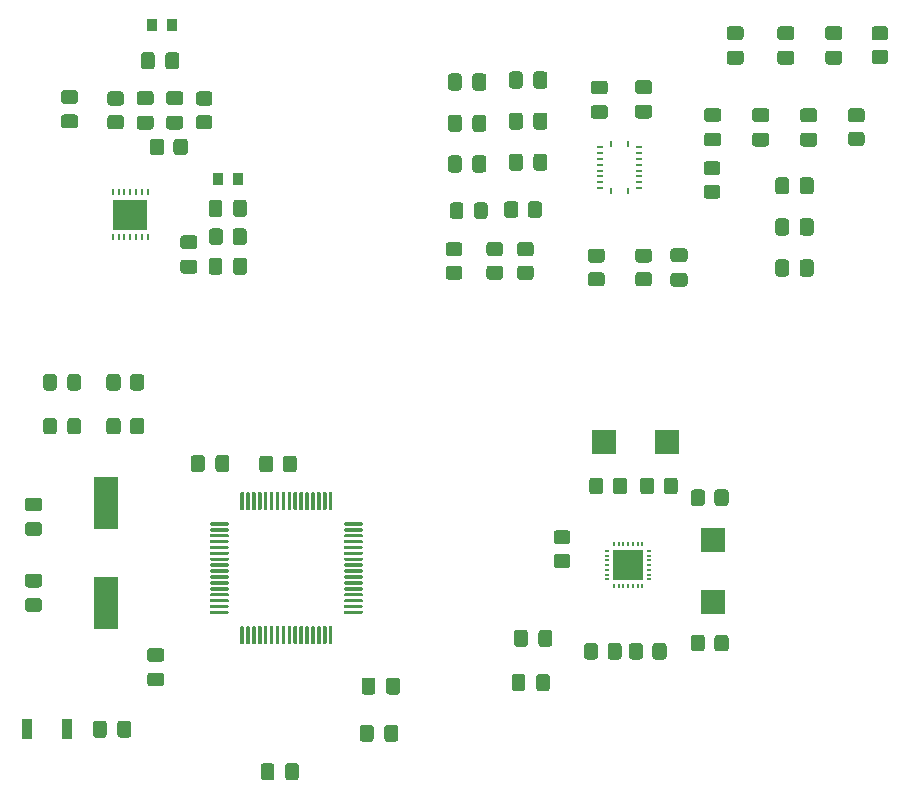
<source format=gbr>
%TF.GenerationSoftware,KiCad,Pcbnew,(5.1.8)-1*%
%TF.CreationDate,2021-01-16T10:33:32-08:00*%
%TF.ProjectId,spl_prototype,73706c5f-7072-46f7-946f-747970652e6b,rev?*%
%TF.SameCoordinates,Original*%
%TF.FileFunction,Paste,Top*%
%TF.FilePolarity,Positive*%
%FSLAX46Y46*%
G04 Gerber Fmt 4.6, Leading zero omitted, Abs format (unit mm)*
G04 Created by KiCad (PCBNEW (5.1.8)-1) date 2021-01-16 10:33:32*
%MOMM*%
%LPD*%
G01*
G04 APERTURE LIST*
%ADD10R,2.000000X2.000000*%
%ADD11R,0.240000X0.600000*%
%ADD12R,0.600000X0.240000*%
%ADD13R,0.200000X0.450000*%
%ADD14R,0.450000X0.200000*%
%ADD15R,2.600000X2.600000*%
%ADD16R,0.900000X1.700000*%
%ADD17R,2.000000X4.500000*%
%ADD18R,0.900000X1.000000*%
%ADD19R,3.000000X2.600000*%
%ADD20R,0.250000X0.600000*%
G04 APERTURE END LIST*
D10*
%TO.C,U5*%
X148700000Y-72150000D03*
X148700000Y-66850000D03*
%TD*%
%TO.C,U4*%
X139450000Y-58600000D03*
X144750000Y-58600000D03*
%TD*%
D11*
%TO.C,U7*%
X141510000Y-37350000D03*
X140010000Y-37350000D03*
X141510000Y-33350000D03*
X140010000Y-33350000D03*
D12*
X139110000Y-37100000D03*
X142410000Y-37100000D03*
X139110000Y-36600000D03*
X142410000Y-36600000D03*
X139110000Y-36100000D03*
X142410000Y-36100000D03*
X139110000Y-35600000D03*
X142410000Y-35600000D03*
X139110000Y-35100000D03*
X142410000Y-35100000D03*
X139110000Y-34600000D03*
X142410000Y-34600000D03*
X139110000Y-34100000D03*
X142410000Y-34100000D03*
X139110000Y-33600000D03*
X142410000Y-33600000D03*
%TD*%
D13*
%TO.C,U3*%
X140300000Y-70775000D03*
X140700000Y-70775000D03*
X141100000Y-70775000D03*
X141500000Y-70775000D03*
X141900000Y-70775000D03*
X142300000Y-70775000D03*
X142700000Y-70775000D03*
D14*
X143275000Y-70200000D03*
X143275000Y-69800000D03*
X143275000Y-69400000D03*
X143275000Y-69000000D03*
X143275000Y-68600000D03*
X143275000Y-68200000D03*
X143275000Y-67800000D03*
D13*
X142700000Y-67225000D03*
X142300000Y-67225000D03*
X141900000Y-67225000D03*
X141500000Y-67225000D03*
X141100000Y-67225000D03*
X140700000Y-67225000D03*
X140300000Y-67225000D03*
D14*
X139725000Y-67800000D03*
X139725000Y-68200000D03*
X139725000Y-68600000D03*
X139725000Y-69000000D03*
X139725000Y-69400000D03*
X139725000Y-69800000D03*
X139725000Y-70200000D03*
D15*
X141500000Y-69000000D03*
%TD*%
D16*
%TO.C,SW1*%
X94000000Y-82900000D03*
X90600000Y-82900000D03*
%TD*%
D17*
%TO.C,Y1*%
X97320000Y-72240000D03*
X97320000Y-63740000D03*
%TD*%
D18*
%TO.C,L2*%
X106750000Y-36300000D03*
X108450000Y-36300000D03*
%TD*%
%TO.C,L1*%
X101150000Y-23300000D03*
X102850000Y-23300000D03*
%TD*%
D19*
%TO.C,U2*%
X99350000Y-39340000D03*
D20*
X100850000Y-41240000D03*
X100850000Y-37440000D03*
X100350000Y-41240000D03*
X100350000Y-37440000D03*
X99850000Y-41240000D03*
X99850000Y-37440000D03*
X99350000Y-41240000D03*
X99350000Y-37440000D03*
X98850000Y-41240000D03*
X98850000Y-37440000D03*
X98350000Y-41240000D03*
X98350000Y-37440000D03*
X97850000Y-41240000D03*
X97850000Y-37440000D03*
%TD*%
%TO.C,U1*%
G36*
G01*
X108660000Y-64285000D02*
X108660000Y-62885000D01*
G75*
G02*
X108735000Y-62810000I75000J0D01*
G01*
X108885000Y-62810000D01*
G75*
G02*
X108960000Y-62885000I0J-75000D01*
G01*
X108960000Y-64285000D01*
G75*
G02*
X108885000Y-64360000I-75000J0D01*
G01*
X108735000Y-64360000D01*
G75*
G02*
X108660000Y-64285000I0J75000D01*
G01*
G37*
G36*
G01*
X109160000Y-64285000D02*
X109160000Y-62885000D01*
G75*
G02*
X109235000Y-62810000I75000J0D01*
G01*
X109385000Y-62810000D01*
G75*
G02*
X109460000Y-62885000I0J-75000D01*
G01*
X109460000Y-64285000D01*
G75*
G02*
X109385000Y-64360000I-75000J0D01*
G01*
X109235000Y-64360000D01*
G75*
G02*
X109160000Y-64285000I0J75000D01*
G01*
G37*
G36*
G01*
X109660000Y-64285000D02*
X109660000Y-62885000D01*
G75*
G02*
X109735000Y-62810000I75000J0D01*
G01*
X109885000Y-62810000D01*
G75*
G02*
X109960000Y-62885000I0J-75000D01*
G01*
X109960000Y-64285000D01*
G75*
G02*
X109885000Y-64360000I-75000J0D01*
G01*
X109735000Y-64360000D01*
G75*
G02*
X109660000Y-64285000I0J75000D01*
G01*
G37*
G36*
G01*
X110160000Y-64285000D02*
X110160000Y-62885000D01*
G75*
G02*
X110235000Y-62810000I75000J0D01*
G01*
X110385000Y-62810000D01*
G75*
G02*
X110460000Y-62885000I0J-75000D01*
G01*
X110460000Y-64285000D01*
G75*
G02*
X110385000Y-64360000I-75000J0D01*
G01*
X110235000Y-64360000D01*
G75*
G02*
X110160000Y-64285000I0J75000D01*
G01*
G37*
G36*
G01*
X110660000Y-64285000D02*
X110660000Y-62885000D01*
G75*
G02*
X110735000Y-62810000I75000J0D01*
G01*
X110885000Y-62810000D01*
G75*
G02*
X110960000Y-62885000I0J-75000D01*
G01*
X110960000Y-64285000D01*
G75*
G02*
X110885000Y-64360000I-75000J0D01*
G01*
X110735000Y-64360000D01*
G75*
G02*
X110660000Y-64285000I0J75000D01*
G01*
G37*
G36*
G01*
X111160000Y-64285000D02*
X111160000Y-62885000D01*
G75*
G02*
X111235000Y-62810000I75000J0D01*
G01*
X111385000Y-62810000D01*
G75*
G02*
X111460000Y-62885000I0J-75000D01*
G01*
X111460000Y-64285000D01*
G75*
G02*
X111385000Y-64360000I-75000J0D01*
G01*
X111235000Y-64360000D01*
G75*
G02*
X111160000Y-64285000I0J75000D01*
G01*
G37*
G36*
G01*
X111660000Y-64285000D02*
X111660000Y-62885000D01*
G75*
G02*
X111735000Y-62810000I75000J0D01*
G01*
X111885000Y-62810000D01*
G75*
G02*
X111960000Y-62885000I0J-75000D01*
G01*
X111960000Y-64285000D01*
G75*
G02*
X111885000Y-64360000I-75000J0D01*
G01*
X111735000Y-64360000D01*
G75*
G02*
X111660000Y-64285000I0J75000D01*
G01*
G37*
G36*
G01*
X112160000Y-64285000D02*
X112160000Y-62885000D01*
G75*
G02*
X112235000Y-62810000I75000J0D01*
G01*
X112385000Y-62810000D01*
G75*
G02*
X112460000Y-62885000I0J-75000D01*
G01*
X112460000Y-64285000D01*
G75*
G02*
X112385000Y-64360000I-75000J0D01*
G01*
X112235000Y-64360000D01*
G75*
G02*
X112160000Y-64285000I0J75000D01*
G01*
G37*
G36*
G01*
X112660000Y-64285000D02*
X112660000Y-62885000D01*
G75*
G02*
X112735000Y-62810000I75000J0D01*
G01*
X112885000Y-62810000D01*
G75*
G02*
X112960000Y-62885000I0J-75000D01*
G01*
X112960000Y-64285000D01*
G75*
G02*
X112885000Y-64360000I-75000J0D01*
G01*
X112735000Y-64360000D01*
G75*
G02*
X112660000Y-64285000I0J75000D01*
G01*
G37*
G36*
G01*
X113160000Y-64285000D02*
X113160000Y-62885000D01*
G75*
G02*
X113235000Y-62810000I75000J0D01*
G01*
X113385000Y-62810000D01*
G75*
G02*
X113460000Y-62885000I0J-75000D01*
G01*
X113460000Y-64285000D01*
G75*
G02*
X113385000Y-64360000I-75000J0D01*
G01*
X113235000Y-64360000D01*
G75*
G02*
X113160000Y-64285000I0J75000D01*
G01*
G37*
G36*
G01*
X113660000Y-64285000D02*
X113660000Y-62885000D01*
G75*
G02*
X113735000Y-62810000I75000J0D01*
G01*
X113885000Y-62810000D01*
G75*
G02*
X113960000Y-62885000I0J-75000D01*
G01*
X113960000Y-64285000D01*
G75*
G02*
X113885000Y-64360000I-75000J0D01*
G01*
X113735000Y-64360000D01*
G75*
G02*
X113660000Y-64285000I0J75000D01*
G01*
G37*
G36*
G01*
X114160000Y-64285000D02*
X114160000Y-62885000D01*
G75*
G02*
X114235000Y-62810000I75000J0D01*
G01*
X114385000Y-62810000D01*
G75*
G02*
X114460000Y-62885000I0J-75000D01*
G01*
X114460000Y-64285000D01*
G75*
G02*
X114385000Y-64360000I-75000J0D01*
G01*
X114235000Y-64360000D01*
G75*
G02*
X114160000Y-64285000I0J75000D01*
G01*
G37*
G36*
G01*
X114660000Y-64285000D02*
X114660000Y-62885000D01*
G75*
G02*
X114735000Y-62810000I75000J0D01*
G01*
X114885000Y-62810000D01*
G75*
G02*
X114960000Y-62885000I0J-75000D01*
G01*
X114960000Y-64285000D01*
G75*
G02*
X114885000Y-64360000I-75000J0D01*
G01*
X114735000Y-64360000D01*
G75*
G02*
X114660000Y-64285000I0J75000D01*
G01*
G37*
G36*
G01*
X115160000Y-64285000D02*
X115160000Y-62885000D01*
G75*
G02*
X115235000Y-62810000I75000J0D01*
G01*
X115385000Y-62810000D01*
G75*
G02*
X115460000Y-62885000I0J-75000D01*
G01*
X115460000Y-64285000D01*
G75*
G02*
X115385000Y-64360000I-75000J0D01*
G01*
X115235000Y-64360000D01*
G75*
G02*
X115160000Y-64285000I0J75000D01*
G01*
G37*
G36*
G01*
X115660000Y-64285000D02*
X115660000Y-62885000D01*
G75*
G02*
X115735000Y-62810000I75000J0D01*
G01*
X115885000Y-62810000D01*
G75*
G02*
X115960000Y-62885000I0J-75000D01*
G01*
X115960000Y-64285000D01*
G75*
G02*
X115885000Y-64360000I-75000J0D01*
G01*
X115735000Y-64360000D01*
G75*
G02*
X115660000Y-64285000I0J75000D01*
G01*
G37*
G36*
G01*
X116160000Y-64285000D02*
X116160000Y-62885000D01*
G75*
G02*
X116235000Y-62810000I75000J0D01*
G01*
X116385000Y-62810000D01*
G75*
G02*
X116460000Y-62885000I0J-75000D01*
G01*
X116460000Y-64285000D01*
G75*
G02*
X116385000Y-64360000I-75000J0D01*
G01*
X116235000Y-64360000D01*
G75*
G02*
X116160000Y-64285000I0J75000D01*
G01*
G37*
G36*
G01*
X117460000Y-65585000D02*
X117460000Y-65435000D01*
G75*
G02*
X117535000Y-65360000I75000J0D01*
G01*
X118935000Y-65360000D01*
G75*
G02*
X119010000Y-65435000I0J-75000D01*
G01*
X119010000Y-65585000D01*
G75*
G02*
X118935000Y-65660000I-75000J0D01*
G01*
X117535000Y-65660000D01*
G75*
G02*
X117460000Y-65585000I0J75000D01*
G01*
G37*
G36*
G01*
X117460000Y-66085000D02*
X117460000Y-65935000D01*
G75*
G02*
X117535000Y-65860000I75000J0D01*
G01*
X118935000Y-65860000D01*
G75*
G02*
X119010000Y-65935000I0J-75000D01*
G01*
X119010000Y-66085000D01*
G75*
G02*
X118935000Y-66160000I-75000J0D01*
G01*
X117535000Y-66160000D01*
G75*
G02*
X117460000Y-66085000I0J75000D01*
G01*
G37*
G36*
G01*
X117460000Y-66585000D02*
X117460000Y-66435000D01*
G75*
G02*
X117535000Y-66360000I75000J0D01*
G01*
X118935000Y-66360000D01*
G75*
G02*
X119010000Y-66435000I0J-75000D01*
G01*
X119010000Y-66585000D01*
G75*
G02*
X118935000Y-66660000I-75000J0D01*
G01*
X117535000Y-66660000D01*
G75*
G02*
X117460000Y-66585000I0J75000D01*
G01*
G37*
G36*
G01*
X117460000Y-67085000D02*
X117460000Y-66935000D01*
G75*
G02*
X117535000Y-66860000I75000J0D01*
G01*
X118935000Y-66860000D01*
G75*
G02*
X119010000Y-66935000I0J-75000D01*
G01*
X119010000Y-67085000D01*
G75*
G02*
X118935000Y-67160000I-75000J0D01*
G01*
X117535000Y-67160000D01*
G75*
G02*
X117460000Y-67085000I0J75000D01*
G01*
G37*
G36*
G01*
X117460000Y-67585000D02*
X117460000Y-67435000D01*
G75*
G02*
X117535000Y-67360000I75000J0D01*
G01*
X118935000Y-67360000D01*
G75*
G02*
X119010000Y-67435000I0J-75000D01*
G01*
X119010000Y-67585000D01*
G75*
G02*
X118935000Y-67660000I-75000J0D01*
G01*
X117535000Y-67660000D01*
G75*
G02*
X117460000Y-67585000I0J75000D01*
G01*
G37*
G36*
G01*
X117460000Y-68085000D02*
X117460000Y-67935000D01*
G75*
G02*
X117535000Y-67860000I75000J0D01*
G01*
X118935000Y-67860000D01*
G75*
G02*
X119010000Y-67935000I0J-75000D01*
G01*
X119010000Y-68085000D01*
G75*
G02*
X118935000Y-68160000I-75000J0D01*
G01*
X117535000Y-68160000D01*
G75*
G02*
X117460000Y-68085000I0J75000D01*
G01*
G37*
G36*
G01*
X117460000Y-68585000D02*
X117460000Y-68435000D01*
G75*
G02*
X117535000Y-68360000I75000J0D01*
G01*
X118935000Y-68360000D01*
G75*
G02*
X119010000Y-68435000I0J-75000D01*
G01*
X119010000Y-68585000D01*
G75*
G02*
X118935000Y-68660000I-75000J0D01*
G01*
X117535000Y-68660000D01*
G75*
G02*
X117460000Y-68585000I0J75000D01*
G01*
G37*
G36*
G01*
X117460000Y-69085000D02*
X117460000Y-68935000D01*
G75*
G02*
X117535000Y-68860000I75000J0D01*
G01*
X118935000Y-68860000D01*
G75*
G02*
X119010000Y-68935000I0J-75000D01*
G01*
X119010000Y-69085000D01*
G75*
G02*
X118935000Y-69160000I-75000J0D01*
G01*
X117535000Y-69160000D01*
G75*
G02*
X117460000Y-69085000I0J75000D01*
G01*
G37*
G36*
G01*
X117460000Y-69585000D02*
X117460000Y-69435000D01*
G75*
G02*
X117535000Y-69360000I75000J0D01*
G01*
X118935000Y-69360000D01*
G75*
G02*
X119010000Y-69435000I0J-75000D01*
G01*
X119010000Y-69585000D01*
G75*
G02*
X118935000Y-69660000I-75000J0D01*
G01*
X117535000Y-69660000D01*
G75*
G02*
X117460000Y-69585000I0J75000D01*
G01*
G37*
G36*
G01*
X117460000Y-70085000D02*
X117460000Y-69935000D01*
G75*
G02*
X117535000Y-69860000I75000J0D01*
G01*
X118935000Y-69860000D01*
G75*
G02*
X119010000Y-69935000I0J-75000D01*
G01*
X119010000Y-70085000D01*
G75*
G02*
X118935000Y-70160000I-75000J0D01*
G01*
X117535000Y-70160000D01*
G75*
G02*
X117460000Y-70085000I0J75000D01*
G01*
G37*
G36*
G01*
X117460000Y-70585000D02*
X117460000Y-70435000D01*
G75*
G02*
X117535000Y-70360000I75000J0D01*
G01*
X118935000Y-70360000D01*
G75*
G02*
X119010000Y-70435000I0J-75000D01*
G01*
X119010000Y-70585000D01*
G75*
G02*
X118935000Y-70660000I-75000J0D01*
G01*
X117535000Y-70660000D01*
G75*
G02*
X117460000Y-70585000I0J75000D01*
G01*
G37*
G36*
G01*
X117460000Y-71085000D02*
X117460000Y-70935000D01*
G75*
G02*
X117535000Y-70860000I75000J0D01*
G01*
X118935000Y-70860000D01*
G75*
G02*
X119010000Y-70935000I0J-75000D01*
G01*
X119010000Y-71085000D01*
G75*
G02*
X118935000Y-71160000I-75000J0D01*
G01*
X117535000Y-71160000D01*
G75*
G02*
X117460000Y-71085000I0J75000D01*
G01*
G37*
G36*
G01*
X117460000Y-71585000D02*
X117460000Y-71435000D01*
G75*
G02*
X117535000Y-71360000I75000J0D01*
G01*
X118935000Y-71360000D01*
G75*
G02*
X119010000Y-71435000I0J-75000D01*
G01*
X119010000Y-71585000D01*
G75*
G02*
X118935000Y-71660000I-75000J0D01*
G01*
X117535000Y-71660000D01*
G75*
G02*
X117460000Y-71585000I0J75000D01*
G01*
G37*
G36*
G01*
X117460000Y-72085000D02*
X117460000Y-71935000D01*
G75*
G02*
X117535000Y-71860000I75000J0D01*
G01*
X118935000Y-71860000D01*
G75*
G02*
X119010000Y-71935000I0J-75000D01*
G01*
X119010000Y-72085000D01*
G75*
G02*
X118935000Y-72160000I-75000J0D01*
G01*
X117535000Y-72160000D01*
G75*
G02*
X117460000Y-72085000I0J75000D01*
G01*
G37*
G36*
G01*
X117460000Y-72585000D02*
X117460000Y-72435000D01*
G75*
G02*
X117535000Y-72360000I75000J0D01*
G01*
X118935000Y-72360000D01*
G75*
G02*
X119010000Y-72435000I0J-75000D01*
G01*
X119010000Y-72585000D01*
G75*
G02*
X118935000Y-72660000I-75000J0D01*
G01*
X117535000Y-72660000D01*
G75*
G02*
X117460000Y-72585000I0J75000D01*
G01*
G37*
G36*
G01*
X117460000Y-73085000D02*
X117460000Y-72935000D01*
G75*
G02*
X117535000Y-72860000I75000J0D01*
G01*
X118935000Y-72860000D01*
G75*
G02*
X119010000Y-72935000I0J-75000D01*
G01*
X119010000Y-73085000D01*
G75*
G02*
X118935000Y-73160000I-75000J0D01*
G01*
X117535000Y-73160000D01*
G75*
G02*
X117460000Y-73085000I0J75000D01*
G01*
G37*
G36*
G01*
X116160000Y-75635000D02*
X116160000Y-74235000D01*
G75*
G02*
X116235000Y-74160000I75000J0D01*
G01*
X116385000Y-74160000D01*
G75*
G02*
X116460000Y-74235000I0J-75000D01*
G01*
X116460000Y-75635000D01*
G75*
G02*
X116385000Y-75710000I-75000J0D01*
G01*
X116235000Y-75710000D01*
G75*
G02*
X116160000Y-75635000I0J75000D01*
G01*
G37*
G36*
G01*
X115660000Y-75635000D02*
X115660000Y-74235000D01*
G75*
G02*
X115735000Y-74160000I75000J0D01*
G01*
X115885000Y-74160000D01*
G75*
G02*
X115960000Y-74235000I0J-75000D01*
G01*
X115960000Y-75635000D01*
G75*
G02*
X115885000Y-75710000I-75000J0D01*
G01*
X115735000Y-75710000D01*
G75*
G02*
X115660000Y-75635000I0J75000D01*
G01*
G37*
G36*
G01*
X115160000Y-75635000D02*
X115160000Y-74235000D01*
G75*
G02*
X115235000Y-74160000I75000J0D01*
G01*
X115385000Y-74160000D01*
G75*
G02*
X115460000Y-74235000I0J-75000D01*
G01*
X115460000Y-75635000D01*
G75*
G02*
X115385000Y-75710000I-75000J0D01*
G01*
X115235000Y-75710000D01*
G75*
G02*
X115160000Y-75635000I0J75000D01*
G01*
G37*
G36*
G01*
X114660000Y-75635000D02*
X114660000Y-74235000D01*
G75*
G02*
X114735000Y-74160000I75000J0D01*
G01*
X114885000Y-74160000D01*
G75*
G02*
X114960000Y-74235000I0J-75000D01*
G01*
X114960000Y-75635000D01*
G75*
G02*
X114885000Y-75710000I-75000J0D01*
G01*
X114735000Y-75710000D01*
G75*
G02*
X114660000Y-75635000I0J75000D01*
G01*
G37*
G36*
G01*
X114160000Y-75635000D02*
X114160000Y-74235000D01*
G75*
G02*
X114235000Y-74160000I75000J0D01*
G01*
X114385000Y-74160000D01*
G75*
G02*
X114460000Y-74235000I0J-75000D01*
G01*
X114460000Y-75635000D01*
G75*
G02*
X114385000Y-75710000I-75000J0D01*
G01*
X114235000Y-75710000D01*
G75*
G02*
X114160000Y-75635000I0J75000D01*
G01*
G37*
G36*
G01*
X113660000Y-75635000D02*
X113660000Y-74235000D01*
G75*
G02*
X113735000Y-74160000I75000J0D01*
G01*
X113885000Y-74160000D01*
G75*
G02*
X113960000Y-74235000I0J-75000D01*
G01*
X113960000Y-75635000D01*
G75*
G02*
X113885000Y-75710000I-75000J0D01*
G01*
X113735000Y-75710000D01*
G75*
G02*
X113660000Y-75635000I0J75000D01*
G01*
G37*
G36*
G01*
X113160000Y-75635000D02*
X113160000Y-74235000D01*
G75*
G02*
X113235000Y-74160000I75000J0D01*
G01*
X113385000Y-74160000D01*
G75*
G02*
X113460000Y-74235000I0J-75000D01*
G01*
X113460000Y-75635000D01*
G75*
G02*
X113385000Y-75710000I-75000J0D01*
G01*
X113235000Y-75710000D01*
G75*
G02*
X113160000Y-75635000I0J75000D01*
G01*
G37*
G36*
G01*
X112660000Y-75635000D02*
X112660000Y-74235000D01*
G75*
G02*
X112735000Y-74160000I75000J0D01*
G01*
X112885000Y-74160000D01*
G75*
G02*
X112960000Y-74235000I0J-75000D01*
G01*
X112960000Y-75635000D01*
G75*
G02*
X112885000Y-75710000I-75000J0D01*
G01*
X112735000Y-75710000D01*
G75*
G02*
X112660000Y-75635000I0J75000D01*
G01*
G37*
G36*
G01*
X112160000Y-75635000D02*
X112160000Y-74235000D01*
G75*
G02*
X112235000Y-74160000I75000J0D01*
G01*
X112385000Y-74160000D01*
G75*
G02*
X112460000Y-74235000I0J-75000D01*
G01*
X112460000Y-75635000D01*
G75*
G02*
X112385000Y-75710000I-75000J0D01*
G01*
X112235000Y-75710000D01*
G75*
G02*
X112160000Y-75635000I0J75000D01*
G01*
G37*
G36*
G01*
X111660000Y-75635000D02*
X111660000Y-74235000D01*
G75*
G02*
X111735000Y-74160000I75000J0D01*
G01*
X111885000Y-74160000D01*
G75*
G02*
X111960000Y-74235000I0J-75000D01*
G01*
X111960000Y-75635000D01*
G75*
G02*
X111885000Y-75710000I-75000J0D01*
G01*
X111735000Y-75710000D01*
G75*
G02*
X111660000Y-75635000I0J75000D01*
G01*
G37*
G36*
G01*
X111160000Y-75635000D02*
X111160000Y-74235000D01*
G75*
G02*
X111235000Y-74160000I75000J0D01*
G01*
X111385000Y-74160000D01*
G75*
G02*
X111460000Y-74235000I0J-75000D01*
G01*
X111460000Y-75635000D01*
G75*
G02*
X111385000Y-75710000I-75000J0D01*
G01*
X111235000Y-75710000D01*
G75*
G02*
X111160000Y-75635000I0J75000D01*
G01*
G37*
G36*
G01*
X110660000Y-75635000D02*
X110660000Y-74235000D01*
G75*
G02*
X110735000Y-74160000I75000J0D01*
G01*
X110885000Y-74160000D01*
G75*
G02*
X110960000Y-74235000I0J-75000D01*
G01*
X110960000Y-75635000D01*
G75*
G02*
X110885000Y-75710000I-75000J0D01*
G01*
X110735000Y-75710000D01*
G75*
G02*
X110660000Y-75635000I0J75000D01*
G01*
G37*
G36*
G01*
X110160000Y-75635000D02*
X110160000Y-74235000D01*
G75*
G02*
X110235000Y-74160000I75000J0D01*
G01*
X110385000Y-74160000D01*
G75*
G02*
X110460000Y-74235000I0J-75000D01*
G01*
X110460000Y-75635000D01*
G75*
G02*
X110385000Y-75710000I-75000J0D01*
G01*
X110235000Y-75710000D01*
G75*
G02*
X110160000Y-75635000I0J75000D01*
G01*
G37*
G36*
G01*
X109660000Y-75635000D02*
X109660000Y-74235000D01*
G75*
G02*
X109735000Y-74160000I75000J0D01*
G01*
X109885000Y-74160000D01*
G75*
G02*
X109960000Y-74235000I0J-75000D01*
G01*
X109960000Y-75635000D01*
G75*
G02*
X109885000Y-75710000I-75000J0D01*
G01*
X109735000Y-75710000D01*
G75*
G02*
X109660000Y-75635000I0J75000D01*
G01*
G37*
G36*
G01*
X109160000Y-75635000D02*
X109160000Y-74235000D01*
G75*
G02*
X109235000Y-74160000I75000J0D01*
G01*
X109385000Y-74160000D01*
G75*
G02*
X109460000Y-74235000I0J-75000D01*
G01*
X109460000Y-75635000D01*
G75*
G02*
X109385000Y-75710000I-75000J0D01*
G01*
X109235000Y-75710000D01*
G75*
G02*
X109160000Y-75635000I0J75000D01*
G01*
G37*
G36*
G01*
X108660000Y-75635000D02*
X108660000Y-74235000D01*
G75*
G02*
X108735000Y-74160000I75000J0D01*
G01*
X108885000Y-74160000D01*
G75*
G02*
X108960000Y-74235000I0J-75000D01*
G01*
X108960000Y-75635000D01*
G75*
G02*
X108885000Y-75710000I-75000J0D01*
G01*
X108735000Y-75710000D01*
G75*
G02*
X108660000Y-75635000I0J75000D01*
G01*
G37*
G36*
G01*
X106110000Y-73085000D02*
X106110000Y-72935000D01*
G75*
G02*
X106185000Y-72860000I75000J0D01*
G01*
X107585000Y-72860000D01*
G75*
G02*
X107660000Y-72935000I0J-75000D01*
G01*
X107660000Y-73085000D01*
G75*
G02*
X107585000Y-73160000I-75000J0D01*
G01*
X106185000Y-73160000D01*
G75*
G02*
X106110000Y-73085000I0J75000D01*
G01*
G37*
G36*
G01*
X106110000Y-72585000D02*
X106110000Y-72435000D01*
G75*
G02*
X106185000Y-72360000I75000J0D01*
G01*
X107585000Y-72360000D01*
G75*
G02*
X107660000Y-72435000I0J-75000D01*
G01*
X107660000Y-72585000D01*
G75*
G02*
X107585000Y-72660000I-75000J0D01*
G01*
X106185000Y-72660000D01*
G75*
G02*
X106110000Y-72585000I0J75000D01*
G01*
G37*
G36*
G01*
X106110000Y-72085000D02*
X106110000Y-71935000D01*
G75*
G02*
X106185000Y-71860000I75000J0D01*
G01*
X107585000Y-71860000D01*
G75*
G02*
X107660000Y-71935000I0J-75000D01*
G01*
X107660000Y-72085000D01*
G75*
G02*
X107585000Y-72160000I-75000J0D01*
G01*
X106185000Y-72160000D01*
G75*
G02*
X106110000Y-72085000I0J75000D01*
G01*
G37*
G36*
G01*
X106110000Y-71585000D02*
X106110000Y-71435000D01*
G75*
G02*
X106185000Y-71360000I75000J0D01*
G01*
X107585000Y-71360000D01*
G75*
G02*
X107660000Y-71435000I0J-75000D01*
G01*
X107660000Y-71585000D01*
G75*
G02*
X107585000Y-71660000I-75000J0D01*
G01*
X106185000Y-71660000D01*
G75*
G02*
X106110000Y-71585000I0J75000D01*
G01*
G37*
G36*
G01*
X106110000Y-71085000D02*
X106110000Y-70935000D01*
G75*
G02*
X106185000Y-70860000I75000J0D01*
G01*
X107585000Y-70860000D01*
G75*
G02*
X107660000Y-70935000I0J-75000D01*
G01*
X107660000Y-71085000D01*
G75*
G02*
X107585000Y-71160000I-75000J0D01*
G01*
X106185000Y-71160000D01*
G75*
G02*
X106110000Y-71085000I0J75000D01*
G01*
G37*
G36*
G01*
X106110000Y-70585000D02*
X106110000Y-70435000D01*
G75*
G02*
X106185000Y-70360000I75000J0D01*
G01*
X107585000Y-70360000D01*
G75*
G02*
X107660000Y-70435000I0J-75000D01*
G01*
X107660000Y-70585000D01*
G75*
G02*
X107585000Y-70660000I-75000J0D01*
G01*
X106185000Y-70660000D01*
G75*
G02*
X106110000Y-70585000I0J75000D01*
G01*
G37*
G36*
G01*
X106110000Y-70085000D02*
X106110000Y-69935000D01*
G75*
G02*
X106185000Y-69860000I75000J0D01*
G01*
X107585000Y-69860000D01*
G75*
G02*
X107660000Y-69935000I0J-75000D01*
G01*
X107660000Y-70085000D01*
G75*
G02*
X107585000Y-70160000I-75000J0D01*
G01*
X106185000Y-70160000D01*
G75*
G02*
X106110000Y-70085000I0J75000D01*
G01*
G37*
G36*
G01*
X106110000Y-69585000D02*
X106110000Y-69435000D01*
G75*
G02*
X106185000Y-69360000I75000J0D01*
G01*
X107585000Y-69360000D01*
G75*
G02*
X107660000Y-69435000I0J-75000D01*
G01*
X107660000Y-69585000D01*
G75*
G02*
X107585000Y-69660000I-75000J0D01*
G01*
X106185000Y-69660000D01*
G75*
G02*
X106110000Y-69585000I0J75000D01*
G01*
G37*
G36*
G01*
X106110000Y-69085000D02*
X106110000Y-68935000D01*
G75*
G02*
X106185000Y-68860000I75000J0D01*
G01*
X107585000Y-68860000D01*
G75*
G02*
X107660000Y-68935000I0J-75000D01*
G01*
X107660000Y-69085000D01*
G75*
G02*
X107585000Y-69160000I-75000J0D01*
G01*
X106185000Y-69160000D01*
G75*
G02*
X106110000Y-69085000I0J75000D01*
G01*
G37*
G36*
G01*
X106110000Y-68585000D02*
X106110000Y-68435000D01*
G75*
G02*
X106185000Y-68360000I75000J0D01*
G01*
X107585000Y-68360000D01*
G75*
G02*
X107660000Y-68435000I0J-75000D01*
G01*
X107660000Y-68585000D01*
G75*
G02*
X107585000Y-68660000I-75000J0D01*
G01*
X106185000Y-68660000D01*
G75*
G02*
X106110000Y-68585000I0J75000D01*
G01*
G37*
G36*
G01*
X106110000Y-68085000D02*
X106110000Y-67935000D01*
G75*
G02*
X106185000Y-67860000I75000J0D01*
G01*
X107585000Y-67860000D01*
G75*
G02*
X107660000Y-67935000I0J-75000D01*
G01*
X107660000Y-68085000D01*
G75*
G02*
X107585000Y-68160000I-75000J0D01*
G01*
X106185000Y-68160000D01*
G75*
G02*
X106110000Y-68085000I0J75000D01*
G01*
G37*
G36*
G01*
X106110000Y-67585000D02*
X106110000Y-67435000D01*
G75*
G02*
X106185000Y-67360000I75000J0D01*
G01*
X107585000Y-67360000D01*
G75*
G02*
X107660000Y-67435000I0J-75000D01*
G01*
X107660000Y-67585000D01*
G75*
G02*
X107585000Y-67660000I-75000J0D01*
G01*
X106185000Y-67660000D01*
G75*
G02*
X106110000Y-67585000I0J75000D01*
G01*
G37*
G36*
G01*
X106110000Y-67085000D02*
X106110000Y-66935000D01*
G75*
G02*
X106185000Y-66860000I75000J0D01*
G01*
X107585000Y-66860000D01*
G75*
G02*
X107660000Y-66935000I0J-75000D01*
G01*
X107660000Y-67085000D01*
G75*
G02*
X107585000Y-67160000I-75000J0D01*
G01*
X106185000Y-67160000D01*
G75*
G02*
X106110000Y-67085000I0J75000D01*
G01*
G37*
G36*
G01*
X106110000Y-66585000D02*
X106110000Y-66435000D01*
G75*
G02*
X106185000Y-66360000I75000J0D01*
G01*
X107585000Y-66360000D01*
G75*
G02*
X107660000Y-66435000I0J-75000D01*
G01*
X107660000Y-66585000D01*
G75*
G02*
X107585000Y-66660000I-75000J0D01*
G01*
X106185000Y-66660000D01*
G75*
G02*
X106110000Y-66585000I0J75000D01*
G01*
G37*
G36*
G01*
X106110000Y-66085000D02*
X106110000Y-65935000D01*
G75*
G02*
X106185000Y-65860000I75000J0D01*
G01*
X107585000Y-65860000D01*
G75*
G02*
X107660000Y-65935000I0J-75000D01*
G01*
X107660000Y-66085000D01*
G75*
G02*
X107585000Y-66160000I-75000J0D01*
G01*
X106185000Y-66160000D01*
G75*
G02*
X106110000Y-66085000I0J75000D01*
G01*
G37*
G36*
G01*
X106110000Y-65585000D02*
X106110000Y-65435000D01*
G75*
G02*
X106185000Y-65360000I75000J0D01*
G01*
X107585000Y-65360000D01*
G75*
G02*
X107660000Y-65435000I0J-75000D01*
G01*
X107660000Y-65585000D01*
G75*
G02*
X107585000Y-65660000I-75000J0D01*
G01*
X106185000Y-65660000D01*
G75*
G02*
X106110000Y-65585000I0J75000D01*
G01*
G37*
%TD*%
%TO.C,R2FB_below1*%
G36*
G01*
X103000000Y-34050001D02*
X103000000Y-33149999D01*
G75*
G02*
X103249999Y-32900000I249999J0D01*
G01*
X103950001Y-32900000D01*
G75*
G02*
X104200000Y-33149999I0J-249999D01*
G01*
X104200000Y-34050001D01*
G75*
G02*
X103950001Y-34300000I-249999J0D01*
G01*
X103249999Y-34300000D01*
G75*
G02*
X103000000Y-34050001I0J249999D01*
G01*
G37*
G36*
G01*
X101000000Y-34050001D02*
X101000000Y-33149999D01*
G75*
G02*
X101249999Y-32900000I249999J0D01*
G01*
X101950001Y-32900000D01*
G75*
G02*
X102200000Y-33149999I0J-249999D01*
G01*
X102200000Y-34050001D01*
G75*
G02*
X101950001Y-34300000I-249999J0D01*
G01*
X101249999Y-34300000D01*
G75*
G02*
X101000000Y-34050001I0J249999D01*
G01*
G37*
%TD*%
%TO.C,R2FB1*%
G36*
G01*
X97649999Y-30900000D02*
X98550001Y-30900000D01*
G75*
G02*
X98800000Y-31149999I0J-249999D01*
G01*
X98800000Y-31850001D01*
G75*
G02*
X98550001Y-32100000I-249999J0D01*
G01*
X97649999Y-32100000D01*
G75*
G02*
X97400000Y-31850001I0J249999D01*
G01*
X97400000Y-31149999D01*
G75*
G02*
X97649999Y-30900000I249999J0D01*
G01*
G37*
G36*
G01*
X97649999Y-28900000D02*
X98550001Y-28900000D01*
G75*
G02*
X98800000Y-29149999I0J-249999D01*
G01*
X98800000Y-29850001D01*
G75*
G02*
X98550001Y-30100000I-249999J0D01*
G01*
X97649999Y-30100000D01*
G75*
G02*
X97400000Y-29850001I0J249999D01*
G01*
X97400000Y-29149999D01*
G75*
G02*
X97649999Y-28900000I249999J0D01*
G01*
G37*
%TD*%
%TO.C,R1FB1*%
G36*
G01*
X105149999Y-30900000D02*
X106050001Y-30900000D01*
G75*
G02*
X106300000Y-31149999I0J-249999D01*
G01*
X106300000Y-31850001D01*
G75*
G02*
X106050001Y-32100000I-249999J0D01*
G01*
X105149999Y-32100000D01*
G75*
G02*
X104900000Y-31850001I0J249999D01*
G01*
X104900000Y-31149999D01*
G75*
G02*
X105149999Y-30900000I249999J0D01*
G01*
G37*
G36*
G01*
X105149999Y-28900000D02*
X106050001Y-28900000D01*
G75*
G02*
X106300000Y-29149999I0J-249999D01*
G01*
X106300000Y-29850001D01*
G75*
G02*
X106050001Y-30100000I-249999J0D01*
G01*
X105149999Y-30100000D01*
G75*
G02*
X104900000Y-29850001I0J249999D01*
G01*
X104900000Y-29149999D01*
G75*
G02*
X105149999Y-28900000I249999J0D01*
G01*
G37*
%TD*%
%TO.C,R20*%
G36*
G01*
X132200000Y-38449999D02*
X132200000Y-39350001D01*
G75*
G02*
X131950001Y-39600000I-249999J0D01*
G01*
X131249999Y-39600000D01*
G75*
G02*
X131000000Y-39350001I0J249999D01*
G01*
X131000000Y-38449999D01*
G75*
G02*
X131249999Y-38200000I249999J0D01*
G01*
X131950001Y-38200000D01*
G75*
G02*
X132200000Y-38449999I0J-249999D01*
G01*
G37*
G36*
G01*
X134200000Y-38449999D02*
X134200000Y-39350001D01*
G75*
G02*
X133950001Y-39600000I-249999J0D01*
G01*
X133249999Y-39600000D01*
G75*
G02*
X133000000Y-39350001I0J249999D01*
G01*
X133000000Y-38449999D01*
G75*
G02*
X133249999Y-38200000I249999J0D01*
G01*
X133950001Y-38200000D01*
G75*
G02*
X134200000Y-38449999I0J-249999D01*
G01*
G37*
%TD*%
%TO.C,R19*%
G36*
G01*
X160359999Y-32320000D02*
X161260001Y-32320000D01*
G75*
G02*
X161510000Y-32569999I0J-249999D01*
G01*
X161510000Y-33270001D01*
G75*
G02*
X161260001Y-33520000I-249999J0D01*
G01*
X160359999Y-33520000D01*
G75*
G02*
X160110000Y-33270001I0J249999D01*
G01*
X160110000Y-32569999D01*
G75*
G02*
X160359999Y-32320000I249999J0D01*
G01*
G37*
G36*
G01*
X160359999Y-30320000D02*
X161260001Y-30320000D01*
G75*
G02*
X161510000Y-30569999I0J-249999D01*
G01*
X161510000Y-31270001D01*
G75*
G02*
X161260001Y-31520000I-249999J0D01*
G01*
X160359999Y-31520000D01*
G75*
G02*
X160110000Y-31270001I0J249999D01*
G01*
X160110000Y-30569999D01*
G75*
G02*
X160359999Y-30320000I249999J0D01*
G01*
G37*
%TD*%
%TO.C,R18*%
G36*
G01*
X127200001Y-42850000D02*
X126299999Y-42850000D01*
G75*
G02*
X126050000Y-42600001I0J249999D01*
G01*
X126050000Y-41899999D01*
G75*
G02*
X126299999Y-41650000I249999J0D01*
G01*
X127200001Y-41650000D01*
G75*
G02*
X127450000Y-41899999I0J-249999D01*
G01*
X127450000Y-42600001D01*
G75*
G02*
X127200001Y-42850000I-249999J0D01*
G01*
G37*
G36*
G01*
X127200001Y-44850000D02*
X126299999Y-44850000D01*
G75*
G02*
X126050000Y-44600001I0J249999D01*
G01*
X126050000Y-43899999D01*
G75*
G02*
X126299999Y-43650000I249999J0D01*
G01*
X127200001Y-43650000D01*
G75*
G02*
X127450000Y-43899999I0J-249999D01*
G01*
X127450000Y-44600001D01*
G75*
G02*
X127200001Y-44850000I-249999J0D01*
G01*
G37*
%TD*%
%TO.C,R17*%
G36*
G01*
X132349999Y-43650000D02*
X133250001Y-43650000D01*
G75*
G02*
X133500000Y-43899999I0J-249999D01*
G01*
X133500000Y-44600001D01*
G75*
G02*
X133250001Y-44850000I-249999J0D01*
G01*
X132349999Y-44850000D01*
G75*
G02*
X132100000Y-44600001I0J249999D01*
G01*
X132100000Y-43899999D01*
G75*
G02*
X132349999Y-43650000I249999J0D01*
G01*
G37*
G36*
G01*
X132349999Y-41650000D02*
X133250001Y-41650000D01*
G75*
G02*
X133500000Y-41899999I0J-249999D01*
G01*
X133500000Y-42600001D01*
G75*
G02*
X133250001Y-42850000I-249999J0D01*
G01*
X132349999Y-42850000D01*
G75*
G02*
X132100000Y-42600001I0J249999D01*
G01*
X132100000Y-41899999D01*
G75*
G02*
X132349999Y-41650000I249999J0D01*
G01*
G37*
%TD*%
%TO.C,R16*%
G36*
G01*
X130650001Y-42850000D02*
X129749999Y-42850000D01*
G75*
G02*
X129500000Y-42600001I0J249999D01*
G01*
X129500000Y-41899999D01*
G75*
G02*
X129749999Y-41650000I249999J0D01*
G01*
X130650001Y-41650000D01*
G75*
G02*
X130900000Y-41899999I0J-249999D01*
G01*
X130900000Y-42600001D01*
G75*
G02*
X130650001Y-42850000I-249999J0D01*
G01*
G37*
G36*
G01*
X130650001Y-44850000D02*
X129749999Y-44850000D01*
G75*
G02*
X129500000Y-44600001I0J249999D01*
G01*
X129500000Y-43899999D01*
G75*
G02*
X129749999Y-43650000I249999J0D01*
G01*
X130650001Y-43650000D01*
G75*
G02*
X130900000Y-43899999I0J-249999D01*
G01*
X130900000Y-44600001D01*
G75*
G02*
X130650001Y-44850000I-249999J0D01*
G01*
G37*
%TD*%
%TO.C,R15*%
G36*
G01*
X163250001Y-24570000D02*
X162349999Y-24570000D01*
G75*
G02*
X162100000Y-24320001I0J249999D01*
G01*
X162100000Y-23619999D01*
G75*
G02*
X162349999Y-23370000I249999J0D01*
G01*
X163250001Y-23370000D01*
G75*
G02*
X163500000Y-23619999I0J-249999D01*
G01*
X163500000Y-24320001D01*
G75*
G02*
X163250001Y-24570000I-249999J0D01*
G01*
G37*
G36*
G01*
X163250001Y-26570000D02*
X162349999Y-26570000D01*
G75*
G02*
X162100000Y-26320001I0J249999D01*
G01*
X162100000Y-25619999D01*
G75*
G02*
X162349999Y-25370000I249999J0D01*
G01*
X163250001Y-25370000D01*
G75*
G02*
X163500000Y-25619999I0J-249999D01*
G01*
X163500000Y-26320001D01*
G75*
G02*
X163250001Y-26570000I-249999J0D01*
G01*
G37*
%TD*%
%TO.C,R14*%
G36*
G01*
X138349999Y-44200000D02*
X139250001Y-44200000D01*
G75*
G02*
X139500000Y-44449999I0J-249999D01*
G01*
X139500000Y-45150001D01*
G75*
G02*
X139250001Y-45400000I-249999J0D01*
G01*
X138349999Y-45400000D01*
G75*
G02*
X138100000Y-45150001I0J249999D01*
G01*
X138100000Y-44449999D01*
G75*
G02*
X138349999Y-44200000I249999J0D01*
G01*
G37*
G36*
G01*
X138349999Y-42200000D02*
X139250001Y-42200000D01*
G75*
G02*
X139500000Y-42449999I0J-249999D01*
G01*
X139500000Y-43150001D01*
G75*
G02*
X139250001Y-43400000I-249999J0D01*
G01*
X138349999Y-43400000D01*
G75*
G02*
X138100000Y-43150001I0J249999D01*
G01*
X138100000Y-42449999D01*
G75*
G02*
X138349999Y-42200000I249999J0D01*
G01*
G37*
%TD*%
%TO.C,R13*%
G36*
G01*
X143250001Y-43400000D02*
X142349999Y-43400000D01*
G75*
G02*
X142100000Y-43150001I0J249999D01*
G01*
X142100000Y-42449999D01*
G75*
G02*
X142349999Y-42200000I249999J0D01*
G01*
X143250001Y-42200000D01*
G75*
G02*
X143500000Y-42449999I0J-249999D01*
G01*
X143500000Y-43150001D01*
G75*
G02*
X143250001Y-43400000I-249999J0D01*
G01*
G37*
G36*
G01*
X143250001Y-45400000D02*
X142349999Y-45400000D01*
G75*
G02*
X142100000Y-45150001I0J249999D01*
G01*
X142100000Y-44449999D01*
G75*
G02*
X142349999Y-44200000I249999J0D01*
G01*
X143250001Y-44200000D01*
G75*
G02*
X143500000Y-44449999I0J-249999D01*
G01*
X143500000Y-45150001D01*
G75*
G02*
X143250001Y-45400000I-249999J0D01*
G01*
G37*
%TD*%
%TO.C,R12*%
G36*
G01*
X148149999Y-36800000D02*
X149050001Y-36800000D01*
G75*
G02*
X149300000Y-37049999I0J-249999D01*
G01*
X149300000Y-37750001D01*
G75*
G02*
X149050001Y-38000000I-249999J0D01*
G01*
X148149999Y-38000000D01*
G75*
G02*
X147900000Y-37750001I0J249999D01*
G01*
X147900000Y-37049999D01*
G75*
G02*
X148149999Y-36800000I249999J0D01*
G01*
G37*
G36*
G01*
X148149999Y-34800000D02*
X149050001Y-34800000D01*
G75*
G02*
X149300000Y-35049999I0J-249999D01*
G01*
X149300000Y-35750001D01*
G75*
G02*
X149050001Y-36000000I-249999J0D01*
G01*
X148149999Y-36000000D01*
G75*
G02*
X147900000Y-35750001I0J249999D01*
G01*
X147900000Y-35049999D01*
G75*
G02*
X148149999Y-34800000I249999J0D01*
G01*
G37*
%TD*%
%TO.C,R11*%
G36*
G01*
X143550000Y-76750001D02*
X143550000Y-75849999D01*
G75*
G02*
X143799999Y-75600000I249999J0D01*
G01*
X144500001Y-75600000D01*
G75*
G02*
X144750000Y-75849999I0J-249999D01*
G01*
X144750000Y-76750001D01*
G75*
G02*
X144500001Y-77000000I-249999J0D01*
G01*
X143799999Y-77000000D01*
G75*
G02*
X143550000Y-76750001I0J249999D01*
G01*
G37*
G36*
G01*
X141550000Y-76750001D02*
X141550000Y-75849999D01*
G75*
G02*
X141799999Y-75600000I249999J0D01*
G01*
X142500001Y-75600000D01*
G75*
G02*
X142750000Y-75849999I0J-249999D01*
G01*
X142750000Y-76750001D01*
G75*
G02*
X142500001Y-77000000I-249999J0D01*
G01*
X141799999Y-77000000D01*
G75*
G02*
X141550000Y-76750001I0J249999D01*
G01*
G37*
%TD*%
%TO.C,R10*%
G36*
G01*
X138950000Y-75849999D02*
X138950000Y-76750001D01*
G75*
G02*
X138700001Y-77000000I-249999J0D01*
G01*
X137999999Y-77000000D01*
G75*
G02*
X137750000Y-76750001I0J249999D01*
G01*
X137750000Y-75849999D01*
G75*
G02*
X137999999Y-75600000I249999J0D01*
G01*
X138700001Y-75600000D01*
G75*
G02*
X138950000Y-75849999I0J-249999D01*
G01*
G37*
G36*
G01*
X140950000Y-75849999D02*
X140950000Y-76750001D01*
G75*
G02*
X140700001Y-77000000I-249999J0D01*
G01*
X139999999Y-77000000D01*
G75*
G02*
X139750000Y-76750001I0J249999D01*
G01*
X139750000Y-75849999D01*
G75*
G02*
X139999999Y-75600000I249999J0D01*
G01*
X140700001Y-75600000D01*
G75*
G02*
X140950000Y-75849999I0J-249999D01*
G01*
G37*
%TD*%
%TO.C,R9*%
G36*
G01*
X148000000Y-62849999D02*
X148000000Y-63750001D01*
G75*
G02*
X147750001Y-64000000I-249999J0D01*
G01*
X147049999Y-64000000D01*
G75*
G02*
X146800000Y-63750001I0J249999D01*
G01*
X146800000Y-62849999D01*
G75*
G02*
X147049999Y-62600000I249999J0D01*
G01*
X147750001Y-62600000D01*
G75*
G02*
X148000000Y-62849999I0J-249999D01*
G01*
G37*
G36*
G01*
X150000000Y-62849999D02*
X150000000Y-63750001D01*
G75*
G02*
X149750001Y-64000000I-249999J0D01*
G01*
X149049999Y-64000000D01*
G75*
G02*
X148800000Y-63750001I0J249999D01*
G01*
X148800000Y-62849999D01*
G75*
G02*
X149049999Y-62600000I249999J0D01*
G01*
X149750001Y-62600000D01*
G75*
G02*
X150000000Y-62849999I0J-249999D01*
G01*
G37*
%TD*%
%TO.C,R8*%
G36*
G01*
X148000000Y-75149999D02*
X148000000Y-76050001D01*
G75*
G02*
X147750001Y-76300000I-249999J0D01*
G01*
X147049999Y-76300000D01*
G75*
G02*
X146800000Y-76050001I0J249999D01*
G01*
X146800000Y-75149999D01*
G75*
G02*
X147049999Y-74900000I249999J0D01*
G01*
X147750001Y-74900000D01*
G75*
G02*
X148000000Y-75149999I0J-249999D01*
G01*
G37*
G36*
G01*
X150000000Y-75149999D02*
X150000000Y-76050001D01*
G75*
G02*
X149750001Y-76300000I-249999J0D01*
G01*
X149049999Y-76300000D01*
G75*
G02*
X148800000Y-76050001I0J249999D01*
G01*
X148800000Y-75149999D01*
G75*
G02*
X149049999Y-74900000I249999J0D01*
G01*
X149750001Y-74900000D01*
G75*
G02*
X150000000Y-75149999I0J-249999D01*
G01*
G37*
%TD*%
%TO.C,R7*%
G36*
G01*
X139400000Y-61849999D02*
X139400000Y-62750001D01*
G75*
G02*
X139150001Y-63000000I-249999J0D01*
G01*
X138449999Y-63000000D01*
G75*
G02*
X138200000Y-62750001I0J249999D01*
G01*
X138200000Y-61849999D01*
G75*
G02*
X138449999Y-61600000I249999J0D01*
G01*
X139150001Y-61600000D01*
G75*
G02*
X139400000Y-61849999I0J-249999D01*
G01*
G37*
G36*
G01*
X141400000Y-61849999D02*
X141400000Y-62750001D01*
G75*
G02*
X141150001Y-63000000I-249999J0D01*
G01*
X140449999Y-63000000D01*
G75*
G02*
X140200000Y-62750001I0J249999D01*
G01*
X140200000Y-61849999D01*
G75*
G02*
X140449999Y-61600000I249999J0D01*
G01*
X141150001Y-61600000D01*
G75*
G02*
X141400000Y-61849999I0J-249999D01*
G01*
G37*
%TD*%
%TO.C,R6*%
G36*
G01*
X144500000Y-62750001D02*
X144500000Y-61849999D01*
G75*
G02*
X144749999Y-61600000I249999J0D01*
G01*
X145450001Y-61600000D01*
G75*
G02*
X145700000Y-61849999I0J-249999D01*
G01*
X145700000Y-62750001D01*
G75*
G02*
X145450001Y-63000000I-249999J0D01*
G01*
X144749999Y-63000000D01*
G75*
G02*
X144500000Y-62750001I0J249999D01*
G01*
G37*
G36*
G01*
X142500000Y-62750001D02*
X142500000Y-61849999D01*
G75*
G02*
X142749999Y-61600000I249999J0D01*
G01*
X143450001Y-61600000D01*
G75*
G02*
X143700000Y-61849999I0J-249999D01*
G01*
X143700000Y-62750001D01*
G75*
G02*
X143450001Y-63000000I-249999J0D01*
G01*
X142749999Y-63000000D01*
G75*
G02*
X142500000Y-62750001I0J249999D01*
G01*
G37*
%TD*%
%TO.C,R5*%
G36*
G01*
X136350001Y-67250000D02*
X135449999Y-67250000D01*
G75*
G02*
X135200000Y-67000001I0J249999D01*
G01*
X135200000Y-66299999D01*
G75*
G02*
X135449999Y-66050000I249999J0D01*
G01*
X136350001Y-66050000D01*
G75*
G02*
X136600000Y-66299999I0J-249999D01*
G01*
X136600000Y-67000001D01*
G75*
G02*
X136350001Y-67250000I-249999J0D01*
G01*
G37*
G36*
G01*
X136350001Y-69250000D02*
X135449999Y-69250000D01*
G75*
G02*
X135200000Y-69000001I0J249999D01*
G01*
X135200000Y-68299999D01*
G75*
G02*
X135449999Y-68050000I249999J0D01*
G01*
X136350001Y-68050000D01*
G75*
G02*
X136600000Y-68299999I0J-249999D01*
G01*
X136600000Y-69000001D01*
G75*
G02*
X136350001Y-69250000I-249999J0D01*
G01*
G37*
%TD*%
%TO.C,R4*%
G36*
G01*
X107200000Y-40749999D02*
X107200000Y-41650001D01*
G75*
G02*
X106950001Y-41900000I-249999J0D01*
G01*
X106249999Y-41900000D01*
G75*
G02*
X106000000Y-41650001I0J249999D01*
G01*
X106000000Y-40749999D01*
G75*
G02*
X106249999Y-40500000I249999J0D01*
G01*
X106950001Y-40500000D01*
G75*
G02*
X107200000Y-40749999I0J-249999D01*
G01*
G37*
G36*
G01*
X109200000Y-40749999D02*
X109200000Y-41650001D01*
G75*
G02*
X108950001Y-41900000I-249999J0D01*
G01*
X108249999Y-41900000D01*
G75*
G02*
X108000000Y-41650001I0J249999D01*
G01*
X108000000Y-40749999D01*
G75*
G02*
X108249999Y-40500000I249999J0D01*
G01*
X108950001Y-40500000D01*
G75*
G02*
X109200000Y-40749999I0J-249999D01*
G01*
G37*
%TD*%
%TO.C,R3*%
G36*
G01*
X112250000Y-60900001D02*
X112250000Y-59999999D01*
G75*
G02*
X112499999Y-59750000I249999J0D01*
G01*
X113200001Y-59750000D01*
G75*
G02*
X113450000Y-59999999I0J-249999D01*
G01*
X113450000Y-60900001D01*
G75*
G02*
X113200001Y-61150000I-249999J0D01*
G01*
X112499999Y-61150000D01*
G75*
G02*
X112250000Y-60900001I0J249999D01*
G01*
G37*
G36*
G01*
X110250000Y-60900001D02*
X110250000Y-59999999D01*
G75*
G02*
X110499999Y-59750000I249999J0D01*
G01*
X111200001Y-59750000D01*
G75*
G02*
X111450000Y-59999999I0J-249999D01*
G01*
X111450000Y-60900001D01*
G75*
G02*
X111200001Y-61150000I-249999J0D01*
G01*
X110499999Y-61150000D01*
G75*
G02*
X110250000Y-60900001I0J249999D01*
G01*
G37*
%TD*%
%TO.C,R2*%
G36*
G01*
X99320000Y-57690001D02*
X99320000Y-56789999D01*
G75*
G02*
X99569999Y-56540000I249999J0D01*
G01*
X100270001Y-56540000D01*
G75*
G02*
X100520000Y-56789999I0J-249999D01*
G01*
X100520000Y-57690001D01*
G75*
G02*
X100270001Y-57940000I-249999J0D01*
G01*
X99569999Y-57940000D01*
G75*
G02*
X99320000Y-57690001I0J249999D01*
G01*
G37*
G36*
G01*
X97320000Y-57690001D02*
X97320000Y-56789999D01*
G75*
G02*
X97569999Y-56540000I249999J0D01*
G01*
X98270001Y-56540000D01*
G75*
G02*
X98520000Y-56789999I0J-249999D01*
G01*
X98520000Y-57690001D01*
G75*
G02*
X98270001Y-57940000I-249999J0D01*
G01*
X97569999Y-57940000D01*
G75*
G02*
X97320000Y-57690001I0J249999D01*
G01*
G37*
%TD*%
%TO.C,R1*%
G36*
G01*
X99320000Y-53970001D02*
X99320000Y-53069999D01*
G75*
G02*
X99569999Y-52820000I249999J0D01*
G01*
X100270001Y-52820000D01*
G75*
G02*
X100520000Y-53069999I0J-249999D01*
G01*
X100520000Y-53970001D01*
G75*
G02*
X100270001Y-54220000I-249999J0D01*
G01*
X99569999Y-54220000D01*
G75*
G02*
X99320000Y-53970001I0J249999D01*
G01*
G37*
G36*
G01*
X97320000Y-53970001D02*
X97320000Y-53069999D01*
G75*
G02*
X97569999Y-52820000I249999J0D01*
G01*
X98270001Y-52820000D01*
G75*
G02*
X98520000Y-53069999I0J-249999D01*
G01*
X98520000Y-53970001D01*
G75*
G02*
X98270001Y-54220000I-249999J0D01*
G01*
X97569999Y-54220000D01*
G75*
G02*
X97320000Y-53970001I0J249999D01*
G01*
G37*
%TD*%
%TO.C,D3*%
G36*
G01*
X128450000Y-39450001D02*
X128450000Y-38549999D01*
G75*
G02*
X128699999Y-38300000I249999J0D01*
G01*
X129350001Y-38300000D01*
G75*
G02*
X129600000Y-38549999I0J-249999D01*
G01*
X129600000Y-39450001D01*
G75*
G02*
X129350001Y-39700000I-249999J0D01*
G01*
X128699999Y-39700000D01*
G75*
G02*
X128450000Y-39450001I0J249999D01*
G01*
G37*
G36*
G01*
X126400000Y-39450001D02*
X126400000Y-38549999D01*
G75*
G02*
X126649999Y-38300000I249999J0D01*
G01*
X127300001Y-38300000D01*
G75*
G02*
X127550000Y-38549999I0J-249999D01*
G01*
X127550000Y-39450001D01*
G75*
G02*
X127300001Y-39700000I-249999J0D01*
G01*
X126649999Y-39700000D01*
G75*
G02*
X126400000Y-39450001I0J249999D01*
G01*
G37*
%TD*%
%TO.C,D2*%
G36*
G01*
X94020000Y-57690001D02*
X94020000Y-56789999D01*
G75*
G02*
X94269999Y-56540000I249999J0D01*
G01*
X94920001Y-56540000D01*
G75*
G02*
X95170000Y-56789999I0J-249999D01*
G01*
X95170000Y-57690001D01*
G75*
G02*
X94920001Y-57940000I-249999J0D01*
G01*
X94269999Y-57940000D01*
G75*
G02*
X94020000Y-57690001I0J249999D01*
G01*
G37*
G36*
G01*
X91970000Y-57690001D02*
X91970000Y-56789999D01*
G75*
G02*
X92219999Y-56540000I249999J0D01*
G01*
X92870001Y-56540000D01*
G75*
G02*
X93120000Y-56789999I0J-249999D01*
G01*
X93120000Y-57690001D01*
G75*
G02*
X92870001Y-57940000I-249999J0D01*
G01*
X92219999Y-57940000D01*
G75*
G02*
X91970000Y-57690001I0J249999D01*
G01*
G37*
%TD*%
%TO.C,D1*%
G36*
G01*
X94020000Y-53970001D02*
X94020000Y-53069999D01*
G75*
G02*
X94269999Y-52820000I249999J0D01*
G01*
X94920001Y-52820000D01*
G75*
G02*
X95170000Y-53069999I0J-249999D01*
G01*
X95170000Y-53970001D01*
G75*
G02*
X94920001Y-54220000I-249999J0D01*
G01*
X94269999Y-54220000D01*
G75*
G02*
X94020000Y-53970001I0J249999D01*
G01*
G37*
G36*
G01*
X91970000Y-53970001D02*
X91970000Y-53069999D01*
G75*
G02*
X92219999Y-52820000I249999J0D01*
G01*
X92870001Y-52820000D01*
G75*
G02*
X93120000Y-53069999I0J-249999D01*
G01*
X93120000Y-53970001D01*
G75*
G02*
X92870001Y-54220000I-249999J0D01*
G01*
X92219999Y-54220000D01*
G75*
G02*
X91970000Y-53970001I0J249999D01*
G01*
G37*
%TD*%
%TO.C,C35*%
G36*
G01*
X158425000Y-25450000D02*
X159375000Y-25450000D01*
G75*
G02*
X159625000Y-25700000I0J-250000D01*
G01*
X159625000Y-26375000D01*
G75*
G02*
X159375000Y-26625000I-250000J0D01*
G01*
X158425000Y-26625000D01*
G75*
G02*
X158175000Y-26375000I0J250000D01*
G01*
X158175000Y-25700000D01*
G75*
G02*
X158425000Y-25450000I250000J0D01*
G01*
G37*
G36*
G01*
X158425000Y-23375000D02*
X159375000Y-23375000D01*
G75*
G02*
X159625000Y-23625000I0J-250000D01*
G01*
X159625000Y-24300000D01*
G75*
G02*
X159375000Y-24550000I-250000J0D01*
G01*
X158425000Y-24550000D01*
G75*
G02*
X158175000Y-24300000I0J250000D01*
G01*
X158175000Y-23625000D01*
G75*
G02*
X158425000Y-23375000I250000J0D01*
G01*
G37*
%TD*%
%TO.C,C34*%
G36*
G01*
X154375000Y-25450000D02*
X155325000Y-25450000D01*
G75*
G02*
X155575000Y-25700000I0J-250000D01*
G01*
X155575000Y-26375000D01*
G75*
G02*
X155325000Y-26625000I-250000J0D01*
G01*
X154375000Y-26625000D01*
G75*
G02*
X154125000Y-26375000I0J250000D01*
G01*
X154125000Y-25700000D01*
G75*
G02*
X154375000Y-25450000I250000J0D01*
G01*
G37*
G36*
G01*
X154375000Y-23375000D02*
X155325000Y-23375000D01*
G75*
G02*
X155575000Y-23625000I0J-250000D01*
G01*
X155575000Y-24300000D01*
G75*
G02*
X155325000Y-24550000I-250000J0D01*
G01*
X154375000Y-24550000D01*
G75*
G02*
X154125000Y-24300000I0J250000D01*
G01*
X154125000Y-23625000D01*
G75*
G02*
X154375000Y-23375000I250000J0D01*
G01*
G37*
%TD*%
%TO.C,C33*%
G36*
G01*
X150075000Y-25450000D02*
X151025000Y-25450000D01*
G75*
G02*
X151275000Y-25700000I0J-250000D01*
G01*
X151275000Y-26375000D01*
G75*
G02*
X151025000Y-26625000I-250000J0D01*
G01*
X150075000Y-26625000D01*
G75*
G02*
X149825000Y-26375000I0J250000D01*
G01*
X149825000Y-25700000D01*
G75*
G02*
X150075000Y-25450000I250000J0D01*
G01*
G37*
G36*
G01*
X150075000Y-23375000D02*
X151025000Y-23375000D01*
G75*
G02*
X151275000Y-23625000I0J-250000D01*
G01*
X151275000Y-24300000D01*
G75*
G02*
X151025000Y-24550000I-250000J0D01*
G01*
X150075000Y-24550000D01*
G75*
G02*
X149825000Y-24300000I0J250000D01*
G01*
X149825000Y-23625000D01*
G75*
G02*
X150075000Y-23375000I250000J0D01*
G01*
G37*
%TD*%
%TO.C,C32*%
G36*
G01*
X157251666Y-31500000D02*
X156301666Y-31500000D01*
G75*
G02*
X156051666Y-31250000I0J250000D01*
G01*
X156051666Y-30575000D01*
G75*
G02*
X156301666Y-30325000I250000J0D01*
G01*
X157251666Y-30325000D01*
G75*
G02*
X157501666Y-30575000I0J-250000D01*
G01*
X157501666Y-31250000D01*
G75*
G02*
X157251666Y-31500000I-250000J0D01*
G01*
G37*
G36*
G01*
X157251666Y-33575000D02*
X156301666Y-33575000D01*
G75*
G02*
X156051666Y-33325000I0J250000D01*
G01*
X156051666Y-32650000D01*
G75*
G02*
X156301666Y-32400000I250000J0D01*
G01*
X157251666Y-32400000D01*
G75*
G02*
X157501666Y-32650000I0J-250000D01*
G01*
X157501666Y-33325000D01*
G75*
G02*
X157251666Y-33575000I-250000J0D01*
G01*
G37*
%TD*%
%TO.C,C31*%
G36*
G01*
X153188333Y-31490000D02*
X152238333Y-31490000D01*
G75*
G02*
X151988333Y-31240000I0J250000D01*
G01*
X151988333Y-30565000D01*
G75*
G02*
X152238333Y-30315000I250000J0D01*
G01*
X153188333Y-30315000D01*
G75*
G02*
X153438333Y-30565000I0J-250000D01*
G01*
X153438333Y-31240000D01*
G75*
G02*
X153188333Y-31490000I-250000J0D01*
G01*
G37*
G36*
G01*
X153188333Y-33565000D02*
X152238333Y-33565000D01*
G75*
G02*
X151988333Y-33315000I0J250000D01*
G01*
X151988333Y-32640000D01*
G75*
G02*
X152238333Y-32390000I250000J0D01*
G01*
X153188333Y-32390000D01*
G75*
G02*
X153438333Y-32640000I0J-250000D01*
G01*
X153438333Y-33315000D01*
G75*
G02*
X153188333Y-33565000I-250000J0D01*
G01*
G37*
%TD*%
%TO.C,C30*%
G36*
G01*
X149125000Y-31480000D02*
X148175000Y-31480000D01*
G75*
G02*
X147925000Y-31230000I0J250000D01*
G01*
X147925000Y-30555000D01*
G75*
G02*
X148175000Y-30305000I250000J0D01*
G01*
X149125000Y-30305000D01*
G75*
G02*
X149375000Y-30555000I0J-250000D01*
G01*
X149375000Y-31230000D01*
G75*
G02*
X149125000Y-31480000I-250000J0D01*
G01*
G37*
G36*
G01*
X149125000Y-33555000D02*
X148175000Y-33555000D01*
G75*
G02*
X147925000Y-33305000I0J250000D01*
G01*
X147925000Y-32630000D01*
G75*
G02*
X148175000Y-32380000I250000J0D01*
G01*
X149125000Y-32380000D01*
G75*
G02*
X149375000Y-32630000I0J-250000D01*
G01*
X149375000Y-33305000D01*
G75*
G02*
X149125000Y-33555000I-250000J0D01*
G01*
G37*
%TD*%
%TO.C,C29*%
G36*
G01*
X145325000Y-44250000D02*
X146275000Y-44250000D01*
G75*
G02*
X146525000Y-44500000I0J-250000D01*
G01*
X146525000Y-45175000D01*
G75*
G02*
X146275000Y-45425000I-250000J0D01*
G01*
X145325000Y-45425000D01*
G75*
G02*
X145075000Y-45175000I0J250000D01*
G01*
X145075000Y-44500000D01*
G75*
G02*
X145325000Y-44250000I250000J0D01*
G01*
G37*
G36*
G01*
X145325000Y-42175000D02*
X146275000Y-42175000D01*
G75*
G02*
X146525000Y-42425000I0J-250000D01*
G01*
X146525000Y-43100000D01*
G75*
G02*
X146275000Y-43350000I-250000J0D01*
G01*
X145325000Y-43350000D01*
G75*
G02*
X145075000Y-43100000I0J250000D01*
G01*
X145075000Y-42425000D01*
G75*
G02*
X145325000Y-42175000I250000J0D01*
G01*
G37*
%TD*%
%TO.C,C28*%
G36*
G01*
X156020000Y-44325000D02*
X156020000Y-43375000D01*
G75*
G02*
X156270000Y-43125000I250000J0D01*
G01*
X156945000Y-43125000D01*
G75*
G02*
X157195000Y-43375000I0J-250000D01*
G01*
X157195000Y-44325000D01*
G75*
G02*
X156945000Y-44575000I-250000J0D01*
G01*
X156270000Y-44575000D01*
G75*
G02*
X156020000Y-44325000I0J250000D01*
G01*
G37*
G36*
G01*
X153945000Y-44325000D02*
X153945000Y-43375000D01*
G75*
G02*
X154195000Y-43125000I250000J0D01*
G01*
X154870000Y-43125000D01*
G75*
G02*
X155120000Y-43375000I0J-250000D01*
G01*
X155120000Y-44325000D01*
G75*
G02*
X154870000Y-44575000I-250000J0D01*
G01*
X154195000Y-44575000D01*
G75*
G02*
X153945000Y-44325000I0J250000D01*
G01*
G37*
%TD*%
%TO.C,C27*%
G36*
G01*
X156020000Y-40847000D02*
X156020000Y-39897000D01*
G75*
G02*
X156270000Y-39647000I250000J0D01*
G01*
X156945000Y-39647000D01*
G75*
G02*
X157195000Y-39897000I0J-250000D01*
G01*
X157195000Y-40847000D01*
G75*
G02*
X156945000Y-41097000I-250000J0D01*
G01*
X156270000Y-41097000D01*
G75*
G02*
X156020000Y-40847000I0J250000D01*
G01*
G37*
G36*
G01*
X153945000Y-40847000D02*
X153945000Y-39897000D01*
G75*
G02*
X154195000Y-39647000I250000J0D01*
G01*
X154870000Y-39647000D01*
G75*
G02*
X155120000Y-39897000I0J-250000D01*
G01*
X155120000Y-40847000D01*
G75*
G02*
X154870000Y-41097000I-250000J0D01*
G01*
X154195000Y-41097000D01*
G75*
G02*
X153945000Y-40847000I0J250000D01*
G01*
G37*
%TD*%
%TO.C,C26*%
G36*
G01*
X156020000Y-37369000D02*
X156020000Y-36419000D01*
G75*
G02*
X156270000Y-36169000I250000J0D01*
G01*
X156945000Y-36169000D01*
G75*
G02*
X157195000Y-36419000I0J-250000D01*
G01*
X157195000Y-37369000D01*
G75*
G02*
X156945000Y-37619000I-250000J0D01*
G01*
X156270000Y-37619000D01*
G75*
G02*
X156020000Y-37369000I0J250000D01*
G01*
G37*
G36*
G01*
X153945000Y-37369000D02*
X153945000Y-36419000D01*
G75*
G02*
X154195000Y-36169000I250000J0D01*
G01*
X154870000Y-36169000D01*
G75*
G02*
X155120000Y-36419000I0J-250000D01*
G01*
X155120000Y-37369000D01*
G75*
G02*
X154870000Y-37619000I-250000J0D01*
G01*
X154195000Y-37619000D01*
G75*
G02*
X153945000Y-37369000I0J250000D01*
G01*
G37*
%TD*%
%TO.C,C25*%
G36*
G01*
X132580000Y-27459000D02*
X132580000Y-28409000D01*
G75*
G02*
X132330000Y-28659000I-250000J0D01*
G01*
X131655000Y-28659000D01*
G75*
G02*
X131405000Y-28409000I0J250000D01*
G01*
X131405000Y-27459000D01*
G75*
G02*
X131655000Y-27209000I250000J0D01*
G01*
X132330000Y-27209000D01*
G75*
G02*
X132580000Y-27459000I0J-250000D01*
G01*
G37*
G36*
G01*
X134655000Y-27459000D02*
X134655000Y-28409000D01*
G75*
G02*
X134405000Y-28659000I-250000J0D01*
G01*
X133730000Y-28659000D01*
G75*
G02*
X133480000Y-28409000I0J250000D01*
G01*
X133480000Y-27459000D01*
G75*
G02*
X133730000Y-27209000I250000J0D01*
G01*
X134405000Y-27209000D01*
G75*
G02*
X134655000Y-27459000I0J-250000D01*
G01*
G37*
%TD*%
%TO.C,C24*%
G36*
G01*
X132580000Y-30937000D02*
X132580000Y-31887000D01*
G75*
G02*
X132330000Y-32137000I-250000J0D01*
G01*
X131655000Y-32137000D01*
G75*
G02*
X131405000Y-31887000I0J250000D01*
G01*
X131405000Y-30937000D01*
G75*
G02*
X131655000Y-30687000I250000J0D01*
G01*
X132330000Y-30687000D01*
G75*
G02*
X132580000Y-30937000I0J-250000D01*
G01*
G37*
G36*
G01*
X134655000Y-30937000D02*
X134655000Y-31887000D01*
G75*
G02*
X134405000Y-32137000I-250000J0D01*
G01*
X133730000Y-32137000D01*
G75*
G02*
X133480000Y-31887000I0J250000D01*
G01*
X133480000Y-30937000D01*
G75*
G02*
X133730000Y-30687000I250000J0D01*
G01*
X134405000Y-30687000D01*
G75*
G02*
X134655000Y-30937000I0J-250000D01*
G01*
G37*
%TD*%
%TO.C,C23*%
G36*
G01*
X132580000Y-34415000D02*
X132580000Y-35365000D01*
G75*
G02*
X132330000Y-35615000I-250000J0D01*
G01*
X131655000Y-35615000D01*
G75*
G02*
X131405000Y-35365000I0J250000D01*
G01*
X131405000Y-34415000D01*
G75*
G02*
X131655000Y-34165000I250000J0D01*
G01*
X132330000Y-34165000D01*
G75*
G02*
X132580000Y-34415000I0J-250000D01*
G01*
G37*
G36*
G01*
X134655000Y-34415000D02*
X134655000Y-35365000D01*
G75*
G02*
X134405000Y-35615000I-250000J0D01*
G01*
X133730000Y-35615000D01*
G75*
G02*
X133480000Y-35365000I0J250000D01*
G01*
X133480000Y-34415000D01*
G75*
G02*
X133730000Y-34165000I250000J0D01*
G01*
X134405000Y-34165000D01*
G75*
G02*
X134655000Y-34415000I0J-250000D01*
G01*
G37*
%TD*%
%TO.C,C22*%
G36*
G01*
X139525000Y-29150000D02*
X138575000Y-29150000D01*
G75*
G02*
X138325000Y-28900000I0J250000D01*
G01*
X138325000Y-28225000D01*
G75*
G02*
X138575000Y-27975000I250000J0D01*
G01*
X139525000Y-27975000D01*
G75*
G02*
X139775000Y-28225000I0J-250000D01*
G01*
X139775000Y-28900000D01*
G75*
G02*
X139525000Y-29150000I-250000J0D01*
G01*
G37*
G36*
G01*
X139525000Y-31225000D02*
X138575000Y-31225000D01*
G75*
G02*
X138325000Y-30975000I0J250000D01*
G01*
X138325000Y-30300000D01*
G75*
G02*
X138575000Y-30050000I250000J0D01*
G01*
X139525000Y-30050000D01*
G75*
G02*
X139775000Y-30300000I0J-250000D01*
G01*
X139775000Y-30975000D01*
G75*
G02*
X139525000Y-31225000I-250000J0D01*
G01*
G37*
%TD*%
%TO.C,C21*%
G36*
G01*
X143275000Y-29120000D02*
X142325000Y-29120000D01*
G75*
G02*
X142075000Y-28870000I0J250000D01*
G01*
X142075000Y-28195000D01*
G75*
G02*
X142325000Y-27945000I250000J0D01*
G01*
X143275000Y-27945000D01*
G75*
G02*
X143525000Y-28195000I0J-250000D01*
G01*
X143525000Y-28870000D01*
G75*
G02*
X143275000Y-29120000I-250000J0D01*
G01*
G37*
G36*
G01*
X143275000Y-31195000D02*
X142325000Y-31195000D01*
G75*
G02*
X142075000Y-30945000I0J250000D01*
G01*
X142075000Y-30270000D01*
G75*
G02*
X142325000Y-30020000I250000J0D01*
G01*
X143275000Y-30020000D01*
G75*
G02*
X143525000Y-30270000I0J-250000D01*
G01*
X143525000Y-30945000D01*
G75*
G02*
X143275000Y-31195000I-250000J0D01*
G01*
G37*
%TD*%
%TO.C,C20*%
G36*
G01*
X127412500Y-27625000D02*
X127412500Y-28575000D01*
G75*
G02*
X127162500Y-28825000I-250000J0D01*
G01*
X126487500Y-28825000D01*
G75*
G02*
X126237500Y-28575000I0J250000D01*
G01*
X126237500Y-27625000D01*
G75*
G02*
X126487500Y-27375000I250000J0D01*
G01*
X127162500Y-27375000D01*
G75*
G02*
X127412500Y-27625000I0J-250000D01*
G01*
G37*
G36*
G01*
X129487500Y-27625000D02*
X129487500Y-28575000D01*
G75*
G02*
X129237500Y-28825000I-250000J0D01*
G01*
X128562500Y-28825000D01*
G75*
G02*
X128312500Y-28575000I0J250000D01*
G01*
X128312500Y-27625000D01*
G75*
G02*
X128562500Y-27375000I250000J0D01*
G01*
X129237500Y-27375000D01*
G75*
G02*
X129487500Y-27625000I0J-250000D01*
G01*
G37*
%TD*%
%TO.C,C19*%
G36*
G01*
X127412500Y-31125000D02*
X127412500Y-32075000D01*
G75*
G02*
X127162500Y-32325000I-250000J0D01*
G01*
X126487500Y-32325000D01*
G75*
G02*
X126237500Y-32075000I0J250000D01*
G01*
X126237500Y-31125000D01*
G75*
G02*
X126487500Y-30875000I250000J0D01*
G01*
X127162500Y-30875000D01*
G75*
G02*
X127412500Y-31125000I0J-250000D01*
G01*
G37*
G36*
G01*
X129487500Y-31125000D02*
X129487500Y-32075000D01*
G75*
G02*
X129237500Y-32325000I-250000J0D01*
G01*
X128562500Y-32325000D01*
G75*
G02*
X128312500Y-32075000I0J250000D01*
G01*
X128312500Y-31125000D01*
G75*
G02*
X128562500Y-30875000I250000J0D01*
G01*
X129237500Y-30875000D01*
G75*
G02*
X129487500Y-31125000I0J-250000D01*
G01*
G37*
%TD*%
%TO.C,C18*%
G36*
G01*
X127412500Y-34565000D02*
X127412500Y-35515000D01*
G75*
G02*
X127162500Y-35765000I-250000J0D01*
G01*
X126487500Y-35765000D01*
G75*
G02*
X126237500Y-35515000I0J250000D01*
G01*
X126237500Y-34565000D01*
G75*
G02*
X126487500Y-34315000I250000J0D01*
G01*
X127162500Y-34315000D01*
G75*
G02*
X127412500Y-34565000I0J-250000D01*
G01*
G37*
G36*
G01*
X129487500Y-34565000D02*
X129487500Y-35515000D01*
G75*
G02*
X129237500Y-35765000I-250000J0D01*
G01*
X128562500Y-35765000D01*
G75*
G02*
X128312500Y-35515000I0J250000D01*
G01*
X128312500Y-34565000D01*
G75*
G02*
X128562500Y-34315000I250000J0D01*
G01*
X129237500Y-34315000D01*
G75*
G02*
X129487500Y-34565000I0J-250000D01*
G01*
G37*
%TD*%
%TO.C,C17*%
G36*
G01*
X94675000Y-29950000D02*
X93725000Y-29950000D01*
G75*
G02*
X93475000Y-29700000I0J250000D01*
G01*
X93475000Y-29025000D01*
G75*
G02*
X93725000Y-28775000I250000J0D01*
G01*
X94675000Y-28775000D01*
G75*
G02*
X94925000Y-29025000I0J-250000D01*
G01*
X94925000Y-29700000D01*
G75*
G02*
X94675000Y-29950000I-250000J0D01*
G01*
G37*
G36*
G01*
X94675000Y-32025000D02*
X93725000Y-32025000D01*
G75*
G02*
X93475000Y-31775000I0J250000D01*
G01*
X93475000Y-31100000D01*
G75*
G02*
X93725000Y-30850000I250000J0D01*
G01*
X94675000Y-30850000D01*
G75*
G02*
X94925000Y-31100000I0J-250000D01*
G01*
X94925000Y-31775000D01*
G75*
G02*
X94675000Y-32025000I-250000J0D01*
G01*
G37*
%TD*%
%TO.C,C16*%
G36*
G01*
X108050000Y-44175000D02*
X108050000Y-43225000D01*
G75*
G02*
X108300000Y-42975000I250000J0D01*
G01*
X108975000Y-42975000D01*
G75*
G02*
X109225000Y-43225000I0J-250000D01*
G01*
X109225000Y-44175000D01*
G75*
G02*
X108975000Y-44425000I-250000J0D01*
G01*
X108300000Y-44425000D01*
G75*
G02*
X108050000Y-44175000I0J250000D01*
G01*
G37*
G36*
G01*
X105975000Y-44175000D02*
X105975000Y-43225000D01*
G75*
G02*
X106225000Y-42975000I250000J0D01*
G01*
X106900000Y-42975000D01*
G75*
G02*
X107150000Y-43225000I0J-250000D01*
G01*
X107150000Y-44175000D01*
G75*
G02*
X106900000Y-44425000I-250000J0D01*
G01*
X106225000Y-44425000D01*
G75*
G02*
X105975000Y-44175000I0J250000D01*
G01*
G37*
%TD*%
%TO.C,C15*%
G36*
G01*
X102312500Y-26775000D02*
X102312500Y-25825000D01*
G75*
G02*
X102562500Y-25575000I250000J0D01*
G01*
X103237500Y-25575000D01*
G75*
G02*
X103487500Y-25825000I0J-250000D01*
G01*
X103487500Y-26775000D01*
G75*
G02*
X103237500Y-27025000I-250000J0D01*
G01*
X102562500Y-27025000D01*
G75*
G02*
X102312500Y-26775000I0J250000D01*
G01*
G37*
G36*
G01*
X100237500Y-26775000D02*
X100237500Y-25825000D01*
G75*
G02*
X100487500Y-25575000I250000J0D01*
G01*
X101162500Y-25575000D01*
G75*
G02*
X101412500Y-25825000I0J-250000D01*
G01*
X101412500Y-26775000D01*
G75*
G02*
X101162500Y-27025000I-250000J0D01*
G01*
X100487500Y-27025000D01*
G75*
G02*
X100237500Y-26775000I0J250000D01*
G01*
G37*
%TD*%
%TO.C,C14*%
G36*
G01*
X104775000Y-42250000D02*
X103825000Y-42250000D01*
G75*
G02*
X103575000Y-42000000I0J250000D01*
G01*
X103575000Y-41325000D01*
G75*
G02*
X103825000Y-41075000I250000J0D01*
G01*
X104775000Y-41075000D01*
G75*
G02*
X105025000Y-41325000I0J-250000D01*
G01*
X105025000Y-42000000D01*
G75*
G02*
X104775000Y-42250000I-250000J0D01*
G01*
G37*
G36*
G01*
X104775000Y-44325000D02*
X103825000Y-44325000D01*
G75*
G02*
X103575000Y-44075000I0J250000D01*
G01*
X103575000Y-43400000D01*
G75*
G02*
X103825000Y-43150000I250000J0D01*
G01*
X104775000Y-43150000D01*
G75*
G02*
X105025000Y-43400000I0J-250000D01*
G01*
X105025000Y-44075000D01*
G75*
G02*
X104775000Y-44325000I-250000J0D01*
G01*
G37*
%TD*%
%TO.C,C13*%
G36*
G01*
X107150000Y-38325000D02*
X107150000Y-39275000D01*
G75*
G02*
X106900000Y-39525000I-250000J0D01*
G01*
X106225000Y-39525000D01*
G75*
G02*
X105975000Y-39275000I0J250000D01*
G01*
X105975000Y-38325000D01*
G75*
G02*
X106225000Y-38075000I250000J0D01*
G01*
X106900000Y-38075000D01*
G75*
G02*
X107150000Y-38325000I0J-250000D01*
G01*
G37*
G36*
G01*
X109225000Y-38325000D02*
X109225000Y-39275000D01*
G75*
G02*
X108975000Y-39525000I-250000J0D01*
G01*
X108300000Y-39525000D01*
G75*
G02*
X108050000Y-39275000I0J250000D01*
G01*
X108050000Y-38325000D01*
G75*
G02*
X108300000Y-38075000I250000J0D01*
G01*
X108975000Y-38075000D01*
G75*
G02*
X109225000Y-38325000I0J-250000D01*
G01*
G37*
%TD*%
%TO.C,C12*%
G36*
G01*
X98250000Y-83375000D02*
X98250000Y-82425000D01*
G75*
G02*
X98500000Y-82175000I250000J0D01*
G01*
X99175000Y-82175000D01*
G75*
G02*
X99425000Y-82425000I0J-250000D01*
G01*
X99425000Y-83375000D01*
G75*
G02*
X99175000Y-83625000I-250000J0D01*
G01*
X98500000Y-83625000D01*
G75*
G02*
X98250000Y-83375000I0J250000D01*
G01*
G37*
G36*
G01*
X96175000Y-83375000D02*
X96175000Y-82425000D01*
G75*
G02*
X96425000Y-82175000I250000J0D01*
G01*
X97100000Y-82175000D01*
G75*
G02*
X97350000Y-82425000I0J-250000D01*
G01*
X97350000Y-83375000D01*
G75*
G02*
X97100000Y-83625000I-250000J0D01*
G01*
X96425000Y-83625000D01*
G75*
G02*
X96175000Y-83375000I0J250000D01*
G01*
G37*
%TD*%
%TO.C,C11*%
G36*
G01*
X91625000Y-70900000D02*
X90675000Y-70900000D01*
G75*
G02*
X90425000Y-70650000I0J250000D01*
G01*
X90425000Y-69975000D01*
G75*
G02*
X90675000Y-69725000I250000J0D01*
G01*
X91625000Y-69725000D01*
G75*
G02*
X91875000Y-69975000I0J-250000D01*
G01*
X91875000Y-70650000D01*
G75*
G02*
X91625000Y-70900000I-250000J0D01*
G01*
G37*
G36*
G01*
X91625000Y-72975000D02*
X90675000Y-72975000D01*
G75*
G02*
X90425000Y-72725000I0J250000D01*
G01*
X90425000Y-72050000D01*
G75*
G02*
X90675000Y-71800000I250000J0D01*
G01*
X91625000Y-71800000D01*
G75*
G02*
X91875000Y-72050000I0J-250000D01*
G01*
X91875000Y-72725000D01*
G75*
G02*
X91625000Y-72975000I-250000J0D01*
G01*
G37*
%TD*%
%TO.C,C10*%
G36*
G01*
X90675000Y-65362500D02*
X91625000Y-65362500D01*
G75*
G02*
X91875000Y-65612500I0J-250000D01*
G01*
X91875000Y-66287500D01*
G75*
G02*
X91625000Y-66537500I-250000J0D01*
G01*
X90675000Y-66537500D01*
G75*
G02*
X90425000Y-66287500I0J250000D01*
G01*
X90425000Y-65612500D01*
G75*
G02*
X90675000Y-65362500I250000J0D01*
G01*
G37*
G36*
G01*
X90675000Y-63287500D02*
X91625000Y-63287500D01*
G75*
G02*
X91875000Y-63537500I0J-250000D01*
G01*
X91875000Y-64212500D01*
G75*
G02*
X91625000Y-64462500I-250000J0D01*
G01*
X90675000Y-64462500D01*
G75*
G02*
X90425000Y-64212500I0J250000D01*
G01*
X90425000Y-63537500D01*
G75*
G02*
X90675000Y-63287500I250000J0D01*
G01*
G37*
%TD*%
%TO.C,C9*%
G36*
G01*
X111550000Y-86025000D02*
X111550000Y-86975000D01*
G75*
G02*
X111300000Y-87225000I-250000J0D01*
G01*
X110625000Y-87225000D01*
G75*
G02*
X110375000Y-86975000I0J250000D01*
G01*
X110375000Y-86025000D01*
G75*
G02*
X110625000Y-85775000I250000J0D01*
G01*
X111300000Y-85775000D01*
G75*
G02*
X111550000Y-86025000I0J-250000D01*
G01*
G37*
G36*
G01*
X113625000Y-86025000D02*
X113625000Y-86975000D01*
G75*
G02*
X113375000Y-87225000I-250000J0D01*
G01*
X112700000Y-87225000D01*
G75*
G02*
X112450000Y-86975000I0J250000D01*
G01*
X112450000Y-86025000D01*
G75*
G02*
X112700000Y-85775000I250000J0D01*
G01*
X113375000Y-85775000D01*
G75*
G02*
X113625000Y-86025000I0J-250000D01*
G01*
G37*
%TD*%
%TO.C,C8*%
G36*
G01*
X101025000Y-78100000D02*
X101975000Y-78100000D01*
G75*
G02*
X102225000Y-78350000I0J-250000D01*
G01*
X102225000Y-79025000D01*
G75*
G02*
X101975000Y-79275000I-250000J0D01*
G01*
X101025000Y-79275000D01*
G75*
G02*
X100775000Y-79025000I0J250000D01*
G01*
X100775000Y-78350000D01*
G75*
G02*
X101025000Y-78100000I250000J0D01*
G01*
G37*
G36*
G01*
X101025000Y-76025000D02*
X101975000Y-76025000D01*
G75*
G02*
X102225000Y-76275000I0J-250000D01*
G01*
X102225000Y-76950000D01*
G75*
G02*
X101975000Y-77200000I-250000J0D01*
G01*
X101025000Y-77200000D01*
G75*
G02*
X100775000Y-76950000I0J250000D01*
G01*
X100775000Y-76275000D01*
G75*
G02*
X101025000Y-76025000I250000J0D01*
G01*
G37*
%TD*%
%TO.C,C7*%
G36*
G01*
X106550000Y-60875000D02*
X106550000Y-59925000D01*
G75*
G02*
X106800000Y-59675000I250000J0D01*
G01*
X107475000Y-59675000D01*
G75*
G02*
X107725000Y-59925000I0J-250000D01*
G01*
X107725000Y-60875000D01*
G75*
G02*
X107475000Y-61125000I-250000J0D01*
G01*
X106800000Y-61125000D01*
G75*
G02*
X106550000Y-60875000I0J250000D01*
G01*
G37*
G36*
G01*
X104475000Y-60875000D02*
X104475000Y-59925000D01*
G75*
G02*
X104725000Y-59675000I250000J0D01*
G01*
X105400000Y-59675000D01*
G75*
G02*
X105650000Y-59925000I0J-250000D01*
G01*
X105650000Y-60875000D01*
G75*
G02*
X105400000Y-61125000I-250000J0D01*
G01*
X104725000Y-61125000D01*
G75*
G02*
X104475000Y-60875000I0J250000D01*
G01*
G37*
%TD*%
%TO.C,C6*%
G36*
G01*
X133700000Y-79425000D02*
X133700000Y-78475000D01*
G75*
G02*
X133950000Y-78225000I250000J0D01*
G01*
X134625000Y-78225000D01*
G75*
G02*
X134875000Y-78475000I0J-250000D01*
G01*
X134875000Y-79425000D01*
G75*
G02*
X134625000Y-79675000I-250000J0D01*
G01*
X133950000Y-79675000D01*
G75*
G02*
X133700000Y-79425000I0J250000D01*
G01*
G37*
G36*
G01*
X131625000Y-79425000D02*
X131625000Y-78475000D01*
G75*
G02*
X131875000Y-78225000I250000J0D01*
G01*
X132550000Y-78225000D01*
G75*
G02*
X132800000Y-78475000I0J-250000D01*
G01*
X132800000Y-79425000D01*
G75*
G02*
X132550000Y-79675000I-250000J0D01*
G01*
X131875000Y-79675000D01*
G75*
G02*
X131625000Y-79425000I0J250000D01*
G01*
G37*
%TD*%
%TO.C,C5*%
G36*
G01*
X120850000Y-83725000D02*
X120850000Y-82775000D01*
G75*
G02*
X121100000Y-82525000I250000J0D01*
G01*
X121775000Y-82525000D01*
G75*
G02*
X122025000Y-82775000I0J-250000D01*
G01*
X122025000Y-83725000D01*
G75*
G02*
X121775000Y-83975000I-250000J0D01*
G01*
X121100000Y-83975000D01*
G75*
G02*
X120850000Y-83725000I0J250000D01*
G01*
G37*
G36*
G01*
X118775000Y-83725000D02*
X118775000Y-82775000D01*
G75*
G02*
X119025000Y-82525000I250000J0D01*
G01*
X119700000Y-82525000D01*
G75*
G02*
X119950000Y-82775000I0J-250000D01*
G01*
X119950000Y-83725000D01*
G75*
G02*
X119700000Y-83975000I-250000J0D01*
G01*
X119025000Y-83975000D01*
G75*
G02*
X118775000Y-83725000I0J250000D01*
G01*
G37*
%TD*%
%TO.C,C4*%
G36*
G01*
X133900000Y-75675000D02*
X133900000Y-74725000D01*
G75*
G02*
X134150000Y-74475000I250000J0D01*
G01*
X134825000Y-74475000D01*
G75*
G02*
X135075000Y-74725000I0J-250000D01*
G01*
X135075000Y-75675000D01*
G75*
G02*
X134825000Y-75925000I-250000J0D01*
G01*
X134150000Y-75925000D01*
G75*
G02*
X133900000Y-75675000I0J250000D01*
G01*
G37*
G36*
G01*
X131825000Y-75675000D02*
X131825000Y-74725000D01*
G75*
G02*
X132075000Y-74475000I250000J0D01*
G01*
X132750000Y-74475000D01*
G75*
G02*
X133000000Y-74725000I0J-250000D01*
G01*
X133000000Y-75675000D01*
G75*
G02*
X132750000Y-75925000I-250000J0D01*
G01*
X132075000Y-75925000D01*
G75*
G02*
X131825000Y-75675000I0J250000D01*
G01*
G37*
%TD*%
%TO.C,C3*%
G36*
G01*
X121000000Y-79725000D02*
X121000000Y-78775000D01*
G75*
G02*
X121250000Y-78525000I250000J0D01*
G01*
X121925000Y-78525000D01*
G75*
G02*
X122175000Y-78775000I0J-250000D01*
G01*
X122175000Y-79725000D01*
G75*
G02*
X121925000Y-79975000I-250000J0D01*
G01*
X121250000Y-79975000D01*
G75*
G02*
X121000000Y-79725000I0J250000D01*
G01*
G37*
G36*
G01*
X118925000Y-79725000D02*
X118925000Y-78775000D01*
G75*
G02*
X119175000Y-78525000I250000J0D01*
G01*
X119850000Y-78525000D01*
G75*
G02*
X120100000Y-78775000I0J-250000D01*
G01*
X120100000Y-79725000D01*
G75*
G02*
X119850000Y-79975000I-250000J0D01*
G01*
X119175000Y-79975000D01*
G75*
G02*
X118925000Y-79725000I0J250000D01*
G01*
G37*
%TD*%
%TO.C,C2*%
G36*
G01*
X100125000Y-30950000D02*
X101075000Y-30950000D01*
G75*
G02*
X101325000Y-31200000I0J-250000D01*
G01*
X101325000Y-31875000D01*
G75*
G02*
X101075000Y-32125000I-250000J0D01*
G01*
X100125000Y-32125000D01*
G75*
G02*
X99875000Y-31875000I0J250000D01*
G01*
X99875000Y-31200000D01*
G75*
G02*
X100125000Y-30950000I250000J0D01*
G01*
G37*
G36*
G01*
X100125000Y-28875000D02*
X101075000Y-28875000D01*
G75*
G02*
X101325000Y-29125000I0J-250000D01*
G01*
X101325000Y-29800000D01*
G75*
G02*
X101075000Y-30050000I-250000J0D01*
G01*
X100125000Y-30050000D01*
G75*
G02*
X99875000Y-29800000I0J250000D01*
G01*
X99875000Y-29125000D01*
G75*
G02*
X100125000Y-28875000I250000J0D01*
G01*
G37*
%TD*%
%TO.C,C1*%
G36*
G01*
X102625000Y-30950000D02*
X103575000Y-30950000D01*
G75*
G02*
X103825000Y-31200000I0J-250000D01*
G01*
X103825000Y-31875000D01*
G75*
G02*
X103575000Y-32125000I-250000J0D01*
G01*
X102625000Y-32125000D01*
G75*
G02*
X102375000Y-31875000I0J250000D01*
G01*
X102375000Y-31200000D01*
G75*
G02*
X102625000Y-30950000I250000J0D01*
G01*
G37*
G36*
G01*
X102625000Y-28875000D02*
X103575000Y-28875000D01*
G75*
G02*
X103825000Y-29125000I0J-250000D01*
G01*
X103825000Y-29800000D01*
G75*
G02*
X103575000Y-30050000I-250000J0D01*
G01*
X102625000Y-30050000D01*
G75*
G02*
X102375000Y-29800000I0J250000D01*
G01*
X102375000Y-29125000D01*
G75*
G02*
X102625000Y-28875000I250000J0D01*
G01*
G37*
%TD*%
M02*

</source>
